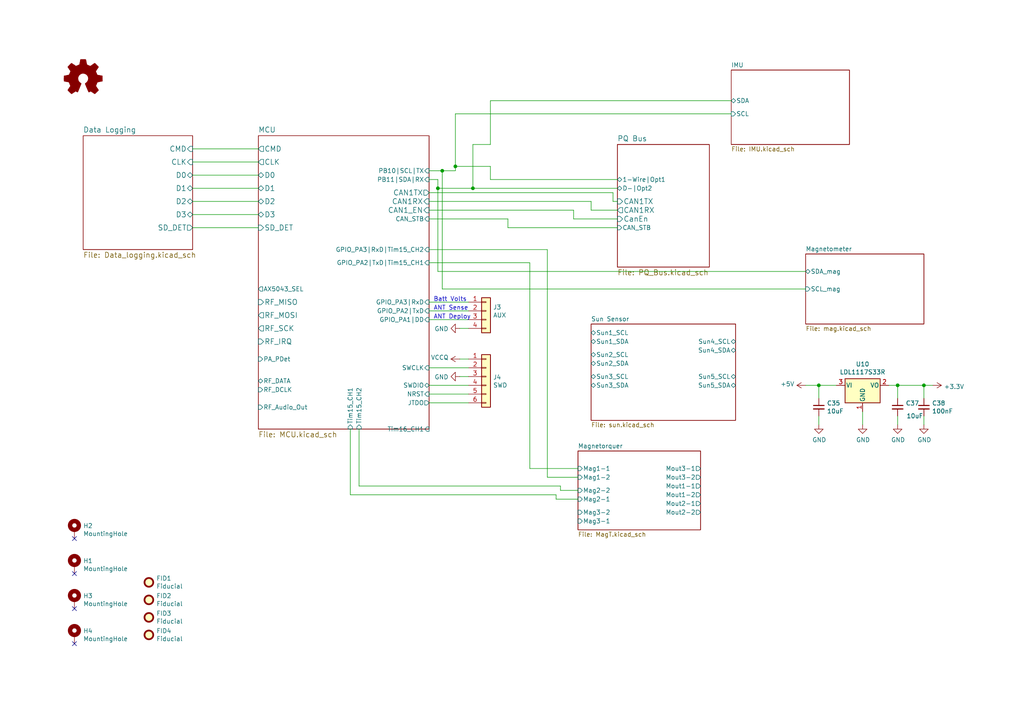
<source format=kicad_sch>
(kicad_sch (version 20230121) (generator eeschema)

  (uuid 42c40d7d-71af-4ce9-bac9-d638f259c957)

  (paper "A4")

  (lib_symbols
    (symbol "Graphic:Logo_Open_Hardware_Small" (in_bom no) (on_board no)
      (property "Reference" "#SYM" (at 0 6.985 0)
        (effects (font (size 1.27 1.27)) hide)
      )
      (property "Value" "Logo_Open_Hardware_Small" (at 0 -5.715 0)
        (effects (font (size 1.27 1.27)) hide)
      )
      (property "Footprint" "" (at 0 0 0)
        (effects (font (size 1.27 1.27)) hide)
      )
      (property "Datasheet" "~" (at 0 0 0)
        (effects (font (size 1.27 1.27)) hide)
      )
      (property "Sim.Enable" "0" (at 0 0 0)
        (effects (font (size 1.27 1.27)) hide)
      )
      (property "ki_keywords" "Logo" (at 0 0 0)
        (effects (font (size 1.27 1.27)) hide)
      )
      (property "ki_description" "Open Hardware logo, small" (at 0 0 0)
        (effects (font (size 1.27 1.27)) hide)
      )
      (symbol "Logo_Open_Hardware_Small_0_1"
        (polyline
          (pts
            (xy 3.3528 -4.3434)
            (xy 3.302 -4.318)
            (xy 3.175 -4.2418)
            (xy 2.9972 -4.1148)
            (xy 2.7686 -3.9624)
            (xy 2.54 -3.81)
            (xy 2.3622 -3.7084)
            (xy 2.2352 -3.6068)
            (xy 2.1844 -3.5814)
            (xy 2.159 -3.6068)
            (xy 2.0574 -3.6576)
            (xy 1.905 -3.7338)
            (xy 1.8034 -3.7846)
            (xy 1.6764 -3.8354)
            (xy 1.6002 -3.8354)
            (xy 1.6002 -3.8354)
            (xy 1.5494 -3.7338)
            (xy 1.4732 -3.5306)
            (xy 1.3462 -3.302)
            (xy 1.2446 -3.0226)
            (xy 1.1176 -2.7178)
            (xy 0.9652 -2.413)
            (xy 0.8636 -2.1082)
            (xy 0.7366 -1.8288)
            (xy 0.6604 -1.6256)
            (xy 0.6096 -1.4732)
            (xy 0.5842 -1.397)
            (xy 0.5842 -1.397)
            (xy 0.6604 -1.3208)
            (xy 0.7874 -1.2446)
            (xy 1.0414 -1.016)
            (xy 1.2954 -0.6858)
            (xy 1.4478 -0.3302)
            (xy 1.524 0.0762)
            (xy 1.4732 0.4572)
            (xy 1.3208 0.8128)
            (xy 1.0668 1.143)
            (xy 0.762 1.3716)
            (xy 0.4064 1.524)
            (xy 0 1.5748)
            (xy -0.381 1.5494)
            (xy -0.7366 1.397)
            (xy -1.0668 1.143)
            (xy -1.2192 0.9906)
            (xy -1.397 0.6604)
            (xy -1.524 0.3048)
            (xy -1.524 0.2286)
            (xy -1.4986 -0.1778)
            (xy -1.397 -0.5334)
            (xy -1.1938 -0.8636)
            (xy -0.9144 -1.143)
            (xy -0.8636 -1.1684)
            (xy -0.7366 -1.27)
            (xy -0.635 -1.3462)
            (xy -0.5842 -1.397)
            (xy -1.0668 -2.5908)
            (xy -1.143 -2.794)
            (xy -1.2954 -3.1242)
            (xy -1.397 -3.4036)
            (xy -1.4986 -3.6322)
            (xy -1.5748 -3.7846)
            (xy -1.6002 -3.8354)
            (xy -1.6002 -3.8354)
            (xy -1.651 -3.8354)
            (xy -1.7272 -3.81)
            (xy -1.905 -3.7338)
            (xy -2.0066 -3.683)
            (xy -2.1336 -3.6068)
            (xy -2.2098 -3.5814)
            (xy -2.2606 -3.6068)
            (xy -2.3622 -3.683)
            (xy -2.54 -3.81)
            (xy -2.7686 -3.9624)
            (xy -2.9718 -4.0894)
            (xy -3.1496 -4.2164)
            (xy -3.302 -4.318)
            (xy -3.3528 -4.3434)
            (xy -3.3782 -4.3434)
            (xy -3.429 -4.318)
            (xy -3.5306 -4.2164)
            (xy -3.7084 -4.064)
            (xy -3.937 -3.8354)
            (xy -3.9624 -3.81)
            (xy -4.1656 -3.6068)
            (xy -4.318 -3.4544)
            (xy -4.4196 -3.3274)
            (xy -4.445 -3.2766)
            (xy -4.445 -3.2766)
            (xy -4.4196 -3.2258)
            (xy -4.318 -3.0734)
            (xy -4.2164 -2.8956)
            (xy -4.064 -2.667)
            (xy -3.6576 -2.0828)
            (xy -3.8862 -1.5494)
            (xy -3.937 -1.3716)
            (xy -4.0386 -1.1684)
            (xy -4.0894 -1.0414)
            (xy -4.1148 -0.9652)
            (xy -4.191 -0.9398)
            (xy -4.318 -0.9144)
            (xy -4.5466 -0.8636)
            (xy -4.8006 -0.8128)
            (xy -5.0546 -0.7874)
            (xy -5.2578 -0.7366)
            (xy -5.4356 -0.7112)
            (xy -5.5118 -0.6858)
            (xy -5.5118 -0.6858)
            (xy -5.5372 -0.635)
            (xy -5.5372 -0.5588)
            (xy -5.5372 -0.4318)
            (xy -5.5626 -0.2286)
            (xy -5.5626 0.0762)
            (xy -5.5626 0.127)
            (xy -5.5372 0.4064)
            (xy -5.5372 0.635)
            (xy -5.5372 0.762)
            (xy -5.5372 0.8382)
            (xy -5.5372 0.8382)
            (xy -5.461 0.8382)
            (xy -5.3086 0.889)
            (xy -5.08 0.9144)
            (xy -4.826 0.9652)
            (xy -4.8006 0.9906)
            (xy -4.5466 1.0414)
            (xy -4.318 1.0668)
            (xy -4.1656 1.1176)
            (xy -4.0894 1.143)
            (xy -4.0894 1.143)
            (xy -4.0386 1.2446)
            (xy -3.9624 1.4224)
            (xy -3.8608 1.6256)
            (xy -3.7846 1.8288)
            (xy -3.7084 2.0066)
            (xy -3.6576 2.159)
            (xy -3.6322 2.2098)
            (xy -3.6322 2.2098)
            (xy -3.683 2.286)
            (xy -3.7592 2.413)
            (xy -3.8862 2.5908)
            (xy -4.064 2.8194)
            (xy -4.064 2.8448)
            (xy -4.2164 3.0734)
            (xy -4.3434 3.2512)
            (xy -4.4196 3.3782)
            (xy -4.445 3.4544)
            (xy -4.445 3.4544)
            (xy -4.3942 3.5052)
            (xy -4.2926 3.6322)
            (xy -4.1148 3.81)
            (xy -3.937 4.0132)
            (xy -3.8608 4.064)
            (xy -3.6576 4.2926)
            (xy -3.5052 4.4196)
            (xy -3.4036 4.4958)
            (xy -3.3528 4.5212)
            (xy -3.3528 4.5212)
            (xy -3.302 4.4704)
            (xy -3.1496 4.3688)
            (xy -2.9718 4.2418)
            (xy -2.7432 4.0894)
            (xy -2.7178 4.0894)
            (xy -2.4892 3.937)
            (xy -2.3114 3.81)
            (xy -2.1844 3.7084)
            (xy -2.1336 3.683)
            (xy -2.1082 3.683)
            (xy -2.032 3.7084)
            (xy -1.8542 3.7592)
            (xy -1.6764 3.8354)
            (xy -1.4732 3.937)
            (xy -1.27 4.0132)
            (xy -1.143 4.064)
            (xy -1.0668 4.1148)
            (xy -1.0668 4.1148)
            (xy -1.0414 4.191)
            (xy -1.016 4.3434)
            (xy -0.9652 4.572)
            (xy -0.9144 4.8514)
            (xy -0.889 4.9022)
            (xy -0.8382 5.1562)
            (xy -0.8128 5.3848)
            (xy -0.7874 5.5372)
            (xy -0.762 5.588)
            (xy -0.7112 5.6134)
            (xy -0.5842 5.6134)
            (xy -0.4064 5.6134)
            (xy -0.1524 5.6134)
            (xy 0.0762 5.6134)
            (xy 0.3302 5.6134)
            (xy 0.5334 5.6134)
            (xy 0.6858 5.588)
            (xy 0.7366 5.588)
            (xy 0.7366 5.588)
            (xy 0.762 5.5118)
            (xy 0.8128 5.334)
            (xy 0.8382 5.1054)
            (xy 0.9144 4.826)
            (xy 0.9144 4.7752)
            (xy 0.9652 4.5212)
            (xy 1.016 4.2926)
            (xy 1.0414 4.1402)
            (xy 1.0668 4.0894)
            (xy 1.0668 4.0894)
            (xy 1.1938 4.0386)
            (xy 1.3716 3.9624)
            (xy 1.5748 3.8608)
            (xy 2.0828 3.6576)
            (xy 2.7178 4.0894)
            (xy 2.7686 4.1402)
            (xy 2.9972 4.2926)
            (xy 3.175 4.4196)
            (xy 3.302 4.4958)
            (xy 3.3782 4.5212)
            (xy 3.3782 4.5212)
            (xy 3.429 4.4704)
            (xy 3.556 4.3434)
            (xy 3.7338 4.191)
            (xy 3.9116 3.9878)
            (xy 4.064 3.8354)
            (xy 4.2418 3.6576)
            (xy 4.3434 3.556)
            (xy 4.4196 3.4798)
            (xy 4.4196 3.429)
            (xy 4.4196 3.4036)
            (xy 4.3942 3.3274)
            (xy 4.2926 3.2004)
            (xy 4.1656 2.9972)
            (xy 4.0132 2.794)
            (xy 3.8862 2.5908)
            (xy 3.7592 2.3876)
            (xy 3.6576 2.2352)
            (xy 3.6322 2.159)
            (xy 3.6322 2.1336)
            (xy 3.683 2.0066)
            (xy 3.7592 1.8288)
            (xy 3.8608 1.6002)
            (xy 4.064 1.1176)
            (xy 4.3942 1.0414)
            (xy 4.5974 1.016)
            (xy 4.8768 0.9652)
            (xy 5.1308 0.9144)
            (xy 5.5372 0.8382)
            (xy 5.5626 -0.6604)
            (xy 5.4864 -0.6858)
            (xy 5.4356 -0.6858)
            (xy 5.2832 -0.7366)
            (xy 5.0546 -0.762)
            (xy 4.8006 -0.8128)
            (xy 4.5974 -0.8636)
            (xy 4.3688 -0.9144)
            (xy 4.2164 -0.9398)
            (xy 4.1402 -0.9398)
            (xy 4.1148 -0.9652)
            (xy 4.064 -1.0668)
            (xy 3.9878 -1.2446)
            (xy 3.9116 -1.4478)
            (xy 3.81 -1.651)
            (xy 3.7338 -1.8542)
            (xy 3.683 -2.0066)
            (xy 3.6576 -2.0828)
            (xy 3.683 -2.1336)
            (xy 3.7846 -2.2606)
            (xy 3.8862 -2.4638)
            (xy 4.0386 -2.667)
            (xy 4.191 -2.8956)
            (xy 4.318 -3.0734)
            (xy 4.3942 -3.2004)
            (xy 4.445 -3.2766)
            (xy 4.4196 -3.3274)
            (xy 4.3434 -3.429)
            (xy 4.1656 -3.5814)
            (xy 3.937 -3.8354)
            (xy 3.8862 -3.8608)
            (xy 3.683 -4.064)
            (xy 3.5306 -4.2164)
            (xy 3.4036 -4.318)
            (xy 3.3528 -4.3434)
          )
          (stroke (width 0) (type default))
          (fill (type outline))
        )
      )
    )
    (symbol "TSL25853PM:C_Small" (pin_numbers hide) (pin_names (offset 0.254) hide) (in_bom yes) (on_board yes)
      (property "Reference" "C" (at 0.254 1.778 0)
        (effects (font (size 1.27 1.27)) (justify left))
      )
      (property "Value" "C_Small" (at 0.254 -2.032 0)
        (effects (font (size 1.27 1.27)) (justify left))
      )
      (property "Footprint" "" (at 0 0 0)
        (effects (font (size 1.27 1.27)) hide)
      )
      (property "Datasheet" "~" (at 0 0 0)
        (effects (font (size 1.27 1.27)) hide)
      )
      (property "ki_keywords" "capacitor cap" (at 0 0 0)
        (effects (font (size 1.27 1.27)) hide)
      )
      (property "ki_description" "Unpolarized capacitor, small symbol" (at 0 0 0)
        (effects (font (size 1.27 1.27)) hide)
      )
      (property "ki_fp_filters" "C_*" (at 0 0 0)
        (effects (font (size 1.27 1.27)) hide)
      )
      (symbol "C_Small_0_1"
        (polyline
          (pts
            (xy -1.524 -0.508)
            (xy 1.524 -0.508)
          )
          (stroke (width 0.3302) (type default))
          (fill (type none))
        )
        (polyline
          (pts
            (xy -1.524 0.508)
            (xy 1.524 0.508)
          )
          (stroke (width 0.3048) (type default))
          (fill (type none))
        )
      )
      (symbol "C_Small_1_1"
        (pin passive line (at 0 2.54 270) (length 2.032)
          (name "~" (effects (font (size 1.27 1.27))))
          (number "1" (effects (font (size 1.27 1.27))))
        )
        (pin passive line (at 0 -2.54 90) (length 2.032)
          (name "~" (effects (font (size 1.27 1.27))))
          (number "2" (effects (font (size 1.27 1.27))))
        )
      )
    )
    (symbol "TSL25853PM:Conn_01x04" (pin_names (offset 1.016) hide) (in_bom yes) (on_board yes)
      (property "Reference" "J" (at 0 5.08 0)
        (effects (font (size 1.27 1.27)))
      )
      (property "Value" "Conn_01x04" (at 0 -7.62 0)
        (effects (font (size 1.27 1.27)))
      )
      (property "Footprint" "" (at 0 0 0)
        (effects (font (size 1.27 1.27)) hide)
      )
      (property "Datasheet" "~" (at 0 0 0)
        (effects (font (size 1.27 1.27)) hide)
      )
      (property "ki_keywords" "connector" (at 0 0 0)
        (effects (font (size 1.27 1.27)) hide)
      )
      (property "ki_description" "Generic connector, single row, 01x04, script generated (kicad-library-utils/schlib/autogen/connector/)" (at 0 0 0)
        (effects (font (size 1.27 1.27)) hide)
      )
      (property "ki_fp_filters" "Connector*:*_1x??_*" (at 0 0 0)
        (effects (font (size 1.27 1.27)) hide)
      )
      (symbol "Conn_01x04_1_1"
        (rectangle (start -1.27 -4.953) (end 0 -5.207)
          (stroke (width 0.1524) (type default))
          (fill (type none))
        )
        (rectangle (start -1.27 -2.413) (end 0 -2.667)
          (stroke (width 0.1524) (type default))
          (fill (type none))
        )
        (rectangle (start -1.27 0.127) (end 0 -0.127)
          (stroke (width 0.1524) (type default))
          (fill (type none))
        )
        (rectangle (start -1.27 2.667) (end 0 2.413)
          (stroke (width 0.1524) (type default))
          (fill (type none))
        )
        (rectangle (start -1.27 3.81) (end 1.27 -6.35)
          (stroke (width 0.254) (type default))
          (fill (type background))
        )
        (pin passive line (at -5.08 2.54 0) (length 3.81)
          (name "Pin_1" (effects (font (size 1.27 1.27))))
          (number "1" (effects (font (size 1.27 1.27))))
        )
        (pin passive line (at -5.08 0 0) (length 3.81)
          (name "Pin_2" (effects (font (size 1.27 1.27))))
          (number "2" (effects (font (size 1.27 1.27))))
        )
        (pin passive line (at -5.08 -2.54 0) (length 3.81)
          (name "Pin_3" (effects (font (size 1.27 1.27))))
          (number "3" (effects (font (size 1.27 1.27))))
        )
        (pin passive line (at -5.08 -5.08 0) (length 3.81)
          (name "Pin_4" (effects (font (size 1.27 1.27))))
          (number "4" (effects (font (size 1.27 1.27))))
        )
      )
    )
    (symbol "TSL25853PM:Conn_01x06" (pin_names (offset 1.016) hide) (in_bom yes) (on_board yes)
      (property "Reference" "J" (at 0 7.62 0)
        (effects (font (size 1.27 1.27)))
      )
      (property "Value" "Conn_01x06" (at 0 -10.16 0)
        (effects (font (size 1.27 1.27)))
      )
      (property "Footprint" "" (at 0 0 0)
        (effects (font (size 1.27 1.27)) hide)
      )
      (property "Datasheet" "~" (at 0 0 0)
        (effects (font (size 1.27 1.27)) hide)
      )
      (property "ki_keywords" "connector" (at 0 0 0)
        (effects (font (size 1.27 1.27)) hide)
      )
      (property "ki_description" "Generic connector, single row, 01x06, script generated (kicad-library-utils/schlib/autogen/connector/)" (at 0 0 0)
        (effects (font (size 1.27 1.27)) hide)
      )
      (property "ki_fp_filters" "Connector*:*_1x??_*" (at 0 0 0)
        (effects (font (size 1.27 1.27)) hide)
      )
      (symbol "Conn_01x06_1_1"
        (rectangle (start -1.27 -7.493) (end 0 -7.747)
          (stroke (width 0.1524) (type default))
          (fill (type none))
        )
        (rectangle (start -1.27 -4.953) (end 0 -5.207)
          (stroke (width 0.1524) (type default))
          (fill (type none))
        )
        (rectangle (start -1.27 -2.413) (end 0 -2.667)
          (stroke (width 0.1524) (type default))
          (fill (type none))
        )
        (rectangle (start -1.27 0.127) (end 0 -0.127)
          (stroke (width 0.1524) (type default))
          (fill (type none))
        )
        (rectangle (start -1.27 2.667) (end 0 2.413)
          (stroke (width 0.1524) (type default))
          (fill (type none))
        )
        (rectangle (start -1.27 5.207) (end 0 4.953)
          (stroke (width 0.1524) (type default))
          (fill (type none))
        )
        (rectangle (start -1.27 6.35) (end 1.27 -8.89)
          (stroke (width 0.254) (type default))
          (fill (type background))
        )
        (pin passive line (at -5.08 5.08 0) (length 3.81)
          (name "Pin_1" (effects (font (size 1.27 1.27))))
          (number "1" (effects (font (size 1.27 1.27))))
        )
        (pin passive line (at -5.08 2.54 0) (length 3.81)
          (name "Pin_2" (effects (font (size 1.27 1.27))))
          (number "2" (effects (font (size 1.27 1.27))))
        )
        (pin passive line (at -5.08 0 0) (length 3.81)
          (name "Pin_3" (effects (font (size 1.27 1.27))))
          (number "3" (effects (font (size 1.27 1.27))))
        )
        (pin passive line (at -5.08 -2.54 0) (length 3.81)
          (name "Pin_4" (effects (font (size 1.27 1.27))))
          (number "4" (effects (font (size 1.27 1.27))))
        )
        (pin passive line (at -5.08 -5.08 0) (length 3.81)
          (name "Pin_5" (effects (font (size 1.27 1.27))))
          (number "5" (effects (font (size 1.27 1.27))))
        )
        (pin passive line (at -5.08 -7.62 0) (length 3.81)
          (name "Pin_6" (effects (font (size 1.27 1.27))))
          (number "6" (effects (font (size 1.27 1.27))))
        )
      )
    )
    (symbol "TSL25853PM:Fiducial" (in_bom yes) (on_board yes)
      (property "Reference" "FID" (at 0 5.08 0)
        (effects (font (size 1.27 1.27)))
      )
      (property "Value" "Fiducial" (at 0 3.175 0)
        (effects (font (size 1.27 1.27)))
      )
      (property "Footprint" "" (at 0 0 0)
        (effects (font (size 1.27 1.27)) hide)
      )
      (property "Datasheet" "~" (at 0 0 0)
        (effects (font (size 1.27 1.27)) hide)
      )
      (property "ki_keywords" "fiducial marker" (at 0 0 0)
        (effects (font (size 1.27 1.27)) hide)
      )
      (property "ki_description" "Fiducial Marker" (at 0 0 0)
        (effects (font (size 1.27 1.27)) hide)
      )
      (property "ki_fp_filters" "Fiducial*" (at 0 0 0)
        (effects (font (size 1.27 1.27)) hide)
      )
      (symbol "Fiducial_0_1"
        (circle (center 0 0) (radius 1.27)
          (stroke (width 0.508) (type default))
          (fill (type background))
        )
      )
    )
    (symbol "TSL25853PM:LM1117-3.3" (pin_names (offset 0.254)) (in_bom yes) (on_board yes)
      (property "Reference" "U" (at -3.81 3.175 0)
        (effects (font (size 1.27 1.27)))
      )
      (property "Value" "LM1117-3.3" (at 0 3.175 0)
        (effects (font (size 1.27 1.27)) (justify left))
      )
      (property "Footprint" "" (at 0 0 0)
        (effects (font (size 1.27 1.27)) hide)
      )
      (property "Datasheet" "http://www.ti.com/lit/ds/symlink/lm1117.pdf" (at 0 0 0)
        (effects (font (size 1.27 1.27)) hide)
      )
      (property "ki_keywords" "linear regulator ldo fixed positive" (at 0 0 0)
        (effects (font (size 1.27 1.27)) hide)
      )
      (property "ki_description" "800mA Low-Dropout Linear Regulator, 3.3V fixed output, TO-220/TO-252/TO-263/SOT-223" (at 0 0 0)
        (effects (font (size 1.27 1.27)) hide)
      )
      (property "ki_fp_filters" "SOT?223* TO?263* TO?252* TO?220*" (at 0 0 0)
        (effects (font (size 1.27 1.27)) hide)
      )
      (symbol "LM1117-3.3_0_1"
        (rectangle (start -5.08 -5.08) (end 5.08 1.905)
          (stroke (width 0.254) (type default))
          (fill (type background))
        )
      )
      (symbol "LM1117-3.3_1_1"
        (pin power_in line (at 0 -7.62 90) (length 2.54)
          (name "GND" (effects (font (size 1.27 1.27))))
          (number "1" (effects (font (size 1.27 1.27))))
        )
        (pin power_out line (at 7.62 0 180) (length 2.54)
          (name "VO" (effects (font (size 1.27 1.27))))
          (number "2" (effects (font (size 1.27 1.27))))
        )
        (pin power_in line (at -7.62 0 0) (length 2.54)
          (name "VI" (effects (font (size 1.27 1.27))))
          (number "3" (effects (font (size 1.27 1.27))))
        )
      )
    )
    (symbol "TSL25853PM:MountingHole_Pad" (pin_numbers hide) (pin_names (offset 1.016) hide) (in_bom yes) (on_board yes)
      (property "Reference" "H" (at 0 6.35 0)
        (effects (font (size 1.27 1.27)))
      )
      (property "Value" "MountingHole_Pad" (at 0 4.445 0)
        (effects (font (size 1.27 1.27)))
      )
      (property "Footprint" "" (at 0 0 0)
        (effects (font (size 1.27 1.27)) hide)
      )
      (property "Datasheet" "~" (at 0 0 0)
        (effects (font (size 1.27 1.27)) hide)
      )
      (property "ki_keywords" "mounting hole" (at 0 0 0)
        (effects (font (size 1.27 1.27)) hide)
      )
      (property "ki_description" "Mounting Hole with connection" (at 0 0 0)
        (effects (font (size 1.27 1.27)) hide)
      )
      (property "ki_fp_filters" "MountingHole*Pad*" (at 0 0 0)
        (effects (font (size 1.27 1.27)) hide)
      )
      (symbol "MountingHole_Pad_0_1"
        (circle (center 0 1.27) (radius 1.27)
          (stroke (width 1.27) (type default))
          (fill (type none))
        )
      )
      (symbol "MountingHole_Pad_1_1"
        (pin input line (at 0 -2.54 90) (length 2.54)
          (name "1" (effects (font (size 1.27 1.27))))
          (number "1" (effects (font (size 1.27 1.27))))
        )
      )
    )
    (symbol "power:+3.3V" (power) (pin_names (offset 0)) (in_bom yes) (on_board yes)
      (property "Reference" "#PWR" (at 0 -3.81 0)
        (effects (font (size 1.27 1.27)) hide)
      )
      (property "Value" "+3.3V" (at 0 3.556 0)
        (effects (font (size 1.27 1.27)))
      )
      (property "Footprint" "" (at 0 0 0)
        (effects (font (size 1.27 1.27)) hide)
      )
      (property "Datasheet" "" (at 0 0 0)
        (effects (font (size 1.27 1.27)) hide)
      )
      (property "ki_keywords" "global power" (at 0 0 0)
        (effects (font (size 1.27 1.27)) hide)
      )
      (property "ki_description" "Power symbol creates a global label with name \"+3.3V\"" (at 0 0 0)
        (effects (font (size 1.27 1.27)) hide)
      )
      (symbol "+3.3V_0_1"
        (polyline
          (pts
            (xy -0.762 1.27)
            (xy 0 2.54)
          )
          (stroke (width 0) (type default))
          (fill (type none))
        )
        (polyline
          (pts
            (xy 0 0)
            (xy 0 2.54)
          )
          (stroke (width 0) (type default))
          (fill (type none))
        )
        (polyline
          (pts
            (xy 0 2.54)
            (xy 0.762 1.27)
          )
          (stroke (width 0) (type default))
          (fill (type none))
        )
      )
      (symbol "+3.3V_1_1"
        (pin power_in line (at 0 0 90) (length 0) hide
          (name "+3.3V" (effects (font (size 1.27 1.27))))
          (number "1" (effects (font (size 1.27 1.27))))
        )
      )
    )
    (symbol "power:+5V" (power) (pin_names (offset 0)) (in_bom yes) (on_board yes)
      (property "Reference" "#PWR" (at 0 -3.81 0)
        (effects (font (size 1.27 1.27)) hide)
      )
      (property "Value" "+5V" (at 0 3.556 0)
        (effects (font (size 1.27 1.27)))
      )
      (property "Footprint" "" (at 0 0 0)
        (effects (font (size 1.27 1.27)) hide)
      )
      (property "Datasheet" "" (at 0 0 0)
        (effects (font (size 1.27 1.27)) hide)
      )
      (property "ki_keywords" "global power" (at 0 0 0)
        (effects (font (size 1.27 1.27)) hide)
      )
      (property "ki_description" "Power symbol creates a global label with name \"+5V\"" (at 0 0 0)
        (effects (font (size 1.27 1.27)) hide)
      )
      (symbol "+5V_0_1"
        (polyline
          (pts
            (xy -0.762 1.27)
            (xy 0 2.54)
          )
          (stroke (width 0) (type default))
          (fill (type none))
        )
        (polyline
          (pts
            (xy 0 0)
            (xy 0 2.54)
          )
          (stroke (width 0) (type default))
          (fill (type none))
        )
        (polyline
          (pts
            (xy 0 2.54)
            (xy 0.762 1.27)
          )
          (stroke (width 0) (type default))
          (fill (type none))
        )
      )
      (symbol "+5V_1_1"
        (pin power_in line (at 0 0 90) (length 0) hide
          (name "+5V" (effects (font (size 1.27 1.27))))
          (number "1" (effects (font (size 1.27 1.27))))
        )
      )
    )
    (symbol "power:GND" (power) (pin_names (offset 0)) (in_bom yes) (on_board yes)
      (property "Reference" "#PWR" (at 0 -6.35 0)
        (effects (font (size 1.27 1.27)) hide)
      )
      (property "Value" "GND" (at 0 -3.81 0)
        (effects (font (size 1.27 1.27)))
      )
      (property "Footprint" "" (at 0 0 0)
        (effects (font (size 1.27 1.27)) hide)
      )
      (property "Datasheet" "" (at 0 0 0)
        (effects (font (size 1.27 1.27)) hide)
      )
      (property "ki_keywords" "global power" (at 0 0 0)
        (effects (font (size 1.27 1.27)) hide)
      )
      (property "ki_description" "Power symbol creates a global label with name \"GND\" , ground" (at 0 0 0)
        (effects (font (size 1.27 1.27)) hide)
      )
      (symbol "GND_0_1"
        (polyline
          (pts
            (xy 0 0)
            (xy 0 -1.27)
            (xy 1.27 -1.27)
            (xy 0 -2.54)
            (xy -1.27 -1.27)
            (xy 0 -1.27)
          )
          (stroke (width 0) (type default))
          (fill (type none))
        )
      )
      (symbol "GND_1_1"
        (pin power_in line (at 0 0 270) (length 0) hide
          (name "GND" (effects (font (size 1.27 1.27))))
          (number "1" (effects (font (size 1.27 1.27))))
        )
      )
    )
    (symbol "power:VCCQ" (power) (pin_names (offset 0)) (in_bom yes) (on_board yes)
      (property "Reference" "#PWR" (at 0 -3.81 0)
        (effects (font (size 1.27 1.27)) hide)
      )
      (property "Value" "VCCQ" (at 0 3.81 0)
        (effects (font (size 1.27 1.27)))
      )
      (property "Footprint" "" (at 0 0 0)
        (effects (font (size 1.27 1.27)) hide)
      )
      (property "Datasheet" "" (at 0 0 0)
        (effects (font (size 1.27 1.27)) hide)
      )
      (property "ki_keywords" "global power" (at 0 0 0)
        (effects (font (size 1.27 1.27)) hide)
      )
      (property "ki_description" "Power symbol creates a global label with name \"VCCQ\"" (at 0 0 0)
        (effects (font (size 1.27 1.27)) hide)
      )
      (symbol "VCCQ_0_1"
        (polyline
          (pts
            (xy -0.762 1.27)
            (xy 0 2.54)
          )
          (stroke (width 0) (type default))
          (fill (type none))
        )
        (polyline
          (pts
            (xy 0 0)
            (xy 0 2.54)
          )
          (stroke (width 0) (type default))
          (fill (type none))
        )
        (polyline
          (pts
            (xy 0 2.54)
            (xy 0.762 1.27)
          )
          (stroke (width 0) (type default))
          (fill (type none))
        )
      )
      (symbol "VCCQ_1_1"
        (pin power_in line (at 0 0 90) (length 0) hide
          (name "VCCQ" (effects (font (size 1.27 1.27))))
          (number "1" (effects (font (size 1.27 1.27))))
        )
      )
    )
  )

  (junction (at 128.27 49.53) (diameter 0) (color 0 0 0 0)
    (uuid 4ed587ba-1d0a-400c-9839-0ecb356a98e9)
  )
  (junction (at 260.35 111.76) (diameter 0) (color 0 0 0 0)
    (uuid 71b2d736-65b1-4f66-9853-c8a959771819)
  )
  (junction (at 127 54.61) (diameter 0) (color 0 0 0 0)
    (uuid 8a09201a-4e69-4736-b57c-005900687355)
  )
  (junction (at 237.49 111.76) (diameter 0) (color 0 0 0 0)
    (uuid 92956a75-4292-4e68-ac53-1cd4f8e489ce)
  )
  (junction (at 267.97 111.76) (diameter 0) (color 0 0 0 0)
    (uuid 95a5da8c-f115-4392-ab40-1ed4e8ba026a)
  )
  (junction (at 132.08 48.26) (diameter 0) (color 0 0 0 0)
    (uuid bb91f1a7-72b6-4829-b9b7-0edce9b6142a)
  )
  (junction (at 137.16 54.61) (diameter 0) (color 0 0 0 0)
    (uuid bcc0a1ee-8e06-4d38-8f87-32bd550597ab)
  )

  (no_connect (at 21.59 166.37) (uuid 261eb779-c1c8-4cea-9fba-280a67c89b40))
  (no_connect (at 21.59 176.53) (uuid 2cf89479-d94b-4082-b4bd-f60d146ccff0))
  (no_connect (at 21.59 186.69) (uuid 2cf89479-d94b-4082-b4bd-f60d146ccff1))
  (no_connect (at 21.59 156.21) (uuid c9b398dd-c820-490f-afc0-f9123254e05f))

  (wire (pts (xy 104.14 124.46) (xy 104.14 140.97))
    (stroke (width 0) (type default))
    (uuid 0109b530-89ad-45ae-b88b-e29ba2b93de9)
  )
  (wire (pts (xy 135.89 106.68) (xy 124.46 106.68))
    (stroke (width 0) (type default))
    (uuid 0beb080e-f0ff-4c76-a492-08fc16a3cc27)
  )
  (wire (pts (xy 132.08 33.02) (xy 132.08 48.26))
    (stroke (width 0) (type default))
    (uuid 136b40c4-99bb-4fa5-851c-b172fd4f64dd)
  )
  (wire (pts (xy 101.6 124.46) (xy 101.6 143.51))
    (stroke (width 0) (type default))
    (uuid 14ed2c3e-9b33-4e08-9079-64d5f106eee0)
  )
  (wire (pts (xy 237.49 115.57) (xy 237.49 111.76))
    (stroke (width 0) (type default))
    (uuid 163f49c2-60cf-47a3-bcae-83fc8f0cd615)
  )
  (wire (pts (xy 162.56 140.97) (xy 162.56 142.24))
    (stroke (width 0) (type default))
    (uuid 1770d258-b8fb-408e-97f5-dfda0c419c46)
  )
  (wire (pts (xy 142.24 29.21) (xy 212.09 29.21))
    (stroke (width 0) (type default))
    (uuid 1ccc3439-bdd2-405a-9e7d-2106cfddf222)
  )
  (wire (pts (xy 250.19 119.38) (xy 250.19 123.19))
    (stroke (width 0) (type default))
    (uuid 2096ace2-93f4-416d-8a0c-50f43c0301e4)
  )
  (wire (pts (xy 135.89 90.17) (xy 124.46 90.17))
    (stroke (width 0) (type default))
    (uuid 23673afe-f327-42ca-99ec-c8677dadf98d)
  )
  (wire (pts (xy 104.14 140.97) (xy 162.56 140.97))
    (stroke (width 0) (type default))
    (uuid 2500950c-964d-4f2a-8733-597c1d9ac430)
  )
  (wire (pts (xy 55.88 50.8) (xy 74.93 50.8))
    (stroke (width 0) (type default))
    (uuid 279954eb-3a72-4bb6-ae0b-d7da4b77290f)
  )
  (wire (pts (xy 124.46 87.63) (xy 135.89 87.63))
    (stroke (width 0) (type default))
    (uuid 3161ea4c-1b13-4956-a99c-4d0390b6efa0)
  )
  (wire (pts (xy 171.45 58.42) (xy 171.45 60.96))
    (stroke (width 0) (type default))
    (uuid 34913a2b-7010-4242-b351-308c7e0f4a29)
  )
  (wire (pts (xy 127 54.61) (xy 127 78.74))
    (stroke (width 0) (type default))
    (uuid 3526a086-880c-4119-9b16-1d293315f2a6)
  )
  (wire (pts (xy 267.97 111.76) (xy 270.51 111.76))
    (stroke (width 0) (type default))
    (uuid 3526bf93-5654-4db0-a987-4548c9e52e36)
  )
  (wire (pts (xy 161.29 144.78) (xy 167.64 144.78))
    (stroke (width 0) (type default))
    (uuid 385776f1-bfbe-4812-9052-ef9e2148a2b9)
  )
  (wire (pts (xy 233.68 111.76) (xy 237.49 111.76))
    (stroke (width 0) (type default))
    (uuid 388d35ca-1c29-4eac-9eff-d5a0be7f44df)
  )
  (wire (pts (xy 177.8 55.88) (xy 177.8 58.42))
    (stroke (width 0) (type default))
    (uuid 3a0badb4-d903-439d-8e9f-5af35c7a86e7)
  )
  (wire (pts (xy 124.46 111.76) (xy 135.89 111.76))
    (stroke (width 0) (type default))
    (uuid 3c4aa2c1-688d-4bae-98cc-2829c57cab50)
  )
  (wire (pts (xy 237.49 120.65) (xy 237.49 123.19))
    (stroke (width 0) (type default))
    (uuid 3d542ce7-1858-486a-932a-187365c5ab15)
  )
  (wire (pts (xy 153.67 135.89) (xy 153.67 76.2))
    (stroke (width 0) (type default))
    (uuid 3fd63fc7-d80f-40b9-b89b-9ac8021162f9)
  )
  (wire (pts (xy 142.24 52.07) (xy 179.07 52.07))
    (stroke (width 0) (type default))
    (uuid 4519c4fc-7526-4dda-accf-a29ee081c379)
  )
  (wire (pts (xy 158.75 72.39) (xy 124.46 72.39))
    (stroke (width 0) (type default))
    (uuid 48b509e0-6614-48ce-b520-5ae528b857b1)
  )
  (wire (pts (xy 237.49 111.76) (xy 242.57 111.76))
    (stroke (width 0) (type default))
    (uuid 49c9885c-53df-44bb-8b36-ce1f80701501)
  )
  (wire (pts (xy 133.35 109.22) (xy 135.89 109.22))
    (stroke (width 0) (type default))
    (uuid 549ea2e3-bf79-4f39-9fb8-4ddf45f04001)
  )
  (wire (pts (xy 124.46 60.96) (xy 166.37 60.96))
    (stroke (width 0) (type default))
    (uuid 579085a0-3da7-4221-9ff5-6c542b75df6b)
  )
  (wire (pts (xy 135.89 114.3) (xy 124.46 114.3))
    (stroke (width 0) (type default))
    (uuid 58463033-c875-408c-8d76-657dd1756cde)
  )
  (wire (pts (xy 171.45 60.96) (xy 179.07 60.96))
    (stroke (width 0) (type default))
    (uuid 5e63ad9a-8ff8-4be5-b9bd-06ec852169a1)
  )
  (wire (pts (xy 167.64 138.43) (xy 158.75 138.43))
    (stroke (width 0) (type default))
    (uuid 5f8a07be-4e4c-43b6-b7ab-5a7dccc8d4c0)
  )
  (wire (pts (xy 133.35 104.14) (xy 135.89 104.14))
    (stroke (width 0) (type default))
    (uuid 6088e2ca-9161-493c-a30f-45fe48f4132c)
  )
  (wire (pts (xy 55.88 62.23) (xy 74.93 62.23))
    (stroke (width 0) (type default))
    (uuid 65bb3464-5b71-4067-8d4f-755bd5b003ff)
  )
  (wire (pts (xy 267.97 115.57) (xy 267.97 111.76))
    (stroke (width 0) (type default))
    (uuid 677bcc6c-e829-4843-8cd1-9a05c48c08e4)
  )
  (wire (pts (xy 127 52.07) (xy 127 54.61))
    (stroke (width 0) (type default))
    (uuid 68df7996-7df0-4fd0-8425-ad6409c6fb4a)
  )
  (wire (pts (xy 124.46 55.88) (xy 177.8 55.88))
    (stroke (width 0) (type default))
    (uuid 699e47e0-2526-43f7-b8bc-d8a7cce3065c)
  )
  (wire (pts (xy 135.89 116.84) (xy 124.46 116.84))
    (stroke (width 0) (type default))
    (uuid 6a00a845-b6ec-4d91-89df-16e65dece93b)
  )
  (wire (pts (xy 124.46 58.42) (xy 171.45 58.42))
    (stroke (width 0) (type default))
    (uuid 6b970119-2342-4076-b146-166ae1cd1184)
  )
  (wire (pts (xy 74.93 46.99) (xy 55.88 46.99))
    (stroke (width 0) (type default))
    (uuid 6bfab059-d4c6-4cd8-b67f-2586d03aef45)
  )
  (wire (pts (xy 128.27 49.53) (xy 132.08 49.53))
    (stroke (width 0) (type default))
    (uuid 70f80314-60e1-4469-923f-5309c0b9d038)
  )
  (wire (pts (xy 133.35 95.25) (xy 135.89 95.25))
    (stroke (width 0) (type default))
    (uuid 723004af-a71f-4b65-8781-f318f64bf310)
  )
  (wire (pts (xy 124.46 49.53) (xy 128.27 49.53))
    (stroke (width 0) (type default))
    (uuid 75321982-295a-4d7e-87f4-3d4d8a56404d)
  )
  (wire (pts (xy 167.64 135.89) (xy 153.67 135.89))
    (stroke (width 0) (type default))
    (uuid 754f852e-336f-49fd-ae62-f6ed11df99e7)
  )
  (wire (pts (xy 166.37 63.5) (xy 179.07 63.5))
    (stroke (width 0) (type default))
    (uuid 7c4f79f6-4e65-4215-8433-a288a3d5d168)
  )
  (wire (pts (xy 142.24 52.07) (xy 142.24 48.26))
    (stroke (width 0) (type default))
    (uuid 827b97aa-fe03-49d8-9681-266e4ea11f4a)
  )
  (wire (pts (xy 127 52.07) (xy 124.46 52.07))
    (stroke (width 0) (type default))
    (uuid 84200bec-028a-49b9-99a5-d83b8afface9)
  )
  (wire (pts (xy 124.46 76.2) (xy 153.67 76.2))
    (stroke (width 0) (type default))
    (uuid 8bd64de5-a0c8-4150-9415-5da1f7ace1b9)
  )
  (wire (pts (xy 147.32 63.5) (xy 147.32 66.04))
    (stroke (width 0) (type default))
    (uuid 8fcc4b2d-66c5-4728-bf60-94ced4d34cfc)
  )
  (wire (pts (xy 124.46 92.71) (xy 135.89 92.71))
    (stroke (width 0) (type default))
    (uuid 939fdd37-306e-44b8-8937-0237197e9155)
  )
  (wire (pts (xy 257.81 111.76) (xy 260.35 111.76))
    (stroke (width 0) (type default))
    (uuid 942f6448-3c71-4e66-8766-6e1d215a1206)
  )
  (wire (pts (xy 74.93 54.61) (xy 55.88 54.61))
    (stroke (width 0) (type default))
    (uuid 9741e27f-c24d-4e8f-a2b7-1de42f769b2d)
  )
  (wire (pts (xy 260.35 115.57) (xy 260.35 111.76))
    (stroke (width 0) (type default))
    (uuid 97944472-bedd-4ab7-bc95-b2d088821e3f)
  )
  (wire (pts (xy 55.88 43.18) (xy 74.93 43.18))
    (stroke (width 0) (type default))
    (uuid 9a7a1888-989a-4842-941e-d65c97388a88)
  )
  (wire (pts (xy 147.32 63.5) (xy 124.46 63.5))
    (stroke (width 0) (type default))
    (uuid 9dfb4c2e-9860-47f6-8634-62ff34b2f4d5)
  )
  (wire (pts (xy 74.93 58.42) (xy 55.88 58.42))
    (stroke (width 0) (type default))
    (uuid 9e7d7d34-c091-4976-a04e-1f8a812e19c1)
  )
  (wire (pts (xy 162.56 142.24) (xy 167.64 142.24))
    (stroke (width 0) (type default))
    (uuid aa9b3e6e-d81d-48ae-8f4e-aac6ba9b6af6)
  )
  (wire (pts (xy 74.93 66.04) (xy 55.88 66.04))
    (stroke (width 0) (type default))
    (uuid af9cd622-cb7e-4204-b6a1-c92096de08f5)
  )
  (wire (pts (xy 161.29 143.51) (xy 161.29 144.78))
    (stroke (width 0) (type default))
    (uuid b1fcc4b0-2ff5-43a3-bde3-80fb290708c7)
  )
  (wire (pts (xy 142.24 48.26) (xy 132.08 48.26))
    (stroke (width 0) (type default))
    (uuid b44585a5-3b15-4c5c-a05d-fe461d7d5967)
  )
  (wire (pts (xy 137.16 54.61) (xy 179.07 54.61))
    (stroke (width 0) (type default))
    (uuid b49d808e-30fe-44af-962d-60f538200979)
  )
  (wire (pts (xy 233.68 78.74) (xy 127 78.74))
    (stroke (width 0) (type default))
    (uuid b70adaa3-e824-4a79-89d5-fc77d396382a)
  )
  (wire (pts (xy 260.35 111.76) (xy 267.97 111.76))
    (stroke (width 0) (type default))
    (uuid c2fe9933-7ac0-4f92-b1e6-32f7184c3f83)
  )
  (wire (pts (xy 147.32 66.04) (xy 179.07 66.04))
    (stroke (width 0) (type default))
    (uuid c488b761-15f2-4887-b0ca-98c1332895a2)
  )
  (wire (pts (xy 158.75 138.43) (xy 158.75 72.39))
    (stroke (width 0) (type default))
    (uuid c5458007-b58a-4de1-8edb-ba118df5b2e8)
  )
  (wire (pts (xy 267.97 120.65) (xy 267.97 123.19))
    (stroke (width 0) (type default))
    (uuid c863ed39-0a4e-4414-a118-fbbb7aa2b2c0)
  )
  (wire (pts (xy 127 54.61) (xy 137.16 54.61))
    (stroke (width 0) (type default))
    (uuid c9756377-eb41-4eb8-b203-5165c44ac58c)
  )
  (wire (pts (xy 142.24 41.91) (xy 137.16 41.91))
    (stroke (width 0) (type default))
    (uuid c9c096fc-d077-4d14-97e9-e5124edfd191)
  )
  (wire (pts (xy 132.08 33.02) (xy 212.09 33.02))
    (stroke (width 0) (type default))
    (uuid cd6aba7c-c0a4-4475-ad4c-d71b1dfdb413)
  )
  (wire (pts (xy 142.24 29.21) (xy 142.24 41.91))
    (stroke (width 0) (type default))
    (uuid d7f03a74-3896-475b-b1bf-8ea59f68ce20)
  )
  (wire (pts (xy 177.8 58.42) (xy 179.07 58.42))
    (stroke (width 0) (type default))
    (uuid d9fae306-c150-4c09-b475-29f99a69250c)
  )
  (wire (pts (xy 233.68 83.82) (xy 128.27 83.82))
    (stroke (width 0) (type default))
    (uuid e26a439b-a86b-4594-9984-a58ad046f018)
  )
  (wire (pts (xy 132.08 48.26) (xy 132.08 49.53))
    (stroke (width 0) (type default))
    (uuid e5e563dc-86bc-4365-a362-6dcbd9809958)
  )
  (wire (pts (xy 101.6 143.51) (xy 161.29 143.51))
    (stroke (width 0) (type default))
    (uuid ec514ba3-47c9-42c2-a145-e31476a9bff3)
  )
  (wire (pts (xy 260.35 120.65) (xy 260.35 123.19))
    (stroke (width 0) (type default))
    (uuid f1aec6ea-1aaa-4806-b06a-43d77b8972cf)
  )
  (wire (pts (xy 137.16 41.91) (xy 137.16 54.61))
    (stroke (width 0) (type default))
    (uuid f37d34ac-9673-4fd2-bcfe-de903e532e86)
  )
  (wire (pts (xy 166.37 60.96) (xy 166.37 63.5))
    (stroke (width 0) (type default))
    (uuid f5f6a09e-bbc4-46b4-88fa-0139313bfb45)
  )
  (wire (pts (xy 128.27 83.82) (xy 128.27 49.53))
    (stroke (width 0) (type default))
    (uuid f75ebfe5-ebcb-4dc9-b202-155744dfd0ee)
  )

  (text "ANT Deploy" (at 125.73 92.71 0)
    (effects (font (size 1.27 1.27)) (justify left bottom))
    (uuid 36ddd967-cb1a-472f-8521-6d50cb09b41f)
  )
  (text "ANT Sense" (at 125.73 90.17 0)
    (effects (font (size 1.27 1.27)) (justify left bottom))
    (uuid 485ec65c-aa33-47bb-b2b1-ad7e8591642c)
  )
  (text "Batt Volts" (at 125.73 87.63 0)
    (effects (font (size 1.27 1.27)) (justify left bottom))
    (uuid 7dfec372-421f-493e-843a-f0291081f5bc)
  )

  (symbol (lib_id "TSL25853PM:Conn_01x04") (at 140.97 90.17 0) (unit 1)
    (in_bom yes) (on_board yes) (dnp no)
    (uuid 00000000-0000-0000-0000-00005a8765cf)
    (property "Reference" "J3" (at 143.002 89.1032 0)
      (effects (font (size 1.27 1.27)) (justify left))
    )
    (property "Value" "AUX" (at 143.002 91.4146 0)
      (effects (font (size 1.27 1.27)) (justify left))
    )
    (property "Footprint" "Connector_Molex:Molex_PicoBlade_53261-0471_1x04-1MP_P1.25mm_Horizontal" (at 140.97 90.17 0)
      (effects (font (size 1.27 1.27)) hide)
    )
    (property "Datasheet" "~" (at 140.97 90.17 0)
      (effects (font (size 1.27 1.27)) hide)
    )
    (property "Part Number" "SM04B-SRSS-TB" (at -60.96 177.8 0)
      (effects (font (size 1.27 1.27)) hide)
    )
    (pin "1" (uuid e9874c1f-02d7-4db3-a01b-81053c61d3a8))
    (pin "2" (uuid 7beaafa4-7538-480c-b1df-1d705addd43e))
    (pin "3" (uuid 0db007e8-17e7-443f-b51f-3e0fb4311c57))
    (pin "4" (uuid 1b073825-09f4-4b27-9089-23200852e754))
    (instances
      (project "NEW_PCB_ADCS"
        (path "/42c40d7d-71af-4ce9-bac9-d638f259c957"
          (reference "J3") (unit 1)
        )
      )
      (project "pq9ish-main-hw"
        (path "/619b49ed-1bcd-4c84-8c0f-98372f01728f"
          (reference "J3") (unit 1)
        )
      )
    )
  )

  (symbol (lib_id "TSL25853PM:Conn_01x06") (at 140.97 109.22 0) (unit 1)
    (in_bom yes) (on_board yes) (dnp no)
    (uuid 00000000-0000-0000-0000-00005a943331)
    (property "Reference" "J4" (at 143.002 109.4232 0)
      (effects (font (size 1.27 1.27)) (justify left))
    )
    (property "Value" "SWD" (at 143.002 111.7346 0)
      (effects (font (size 1.27 1.27)) (justify left))
    )
    (property "Footprint" "Connector_Molex:Molex_PicoBlade_53261-0671_1x06-1MP_P1.25mm_Horizontal" (at 140.97 109.22 0)
      (effects (font (size 1.27 1.27)) hide)
    )
    (property "Datasheet" "" (at 140.97 109.22 0)
      (effects (font (size 1.27 1.27)) hide)
    )
    (property "Part Number" "SM06B-SRSS-TB" (at -60.96 215.9 0)
      (effects (font (size 1.27 1.27)) hide)
    )
    (pin "1" (uuid c7ff06ca-c7c4-415d-b7e6-790c97e2cc2b))
    (pin "2" (uuid ca7c4930-6502-456e-831a-18c76fdbf5c0))
    (pin "3" (uuid 3693474b-75f8-467a-90aa-a7db848eb0ae))
    (pin "4" (uuid bac8505a-0cdf-4303-a9eb-2cd9d8541b21))
    (pin "5" (uuid 07c6fbe0-9e58-463f-a7e2-58104901a2c0))
    (pin "6" (uuid cf88b829-81c5-43b3-80c6-9c774b1c94a9))
    (instances
      (project "NEW_PCB_ADCS"
        (path "/42c40d7d-71af-4ce9-bac9-d638f259c957"
          (reference "J4") (unit 1)
        )
      )
      (project "pq9ish-main-hw"
        (path "/619b49ed-1bcd-4c84-8c0f-98372f01728f"
          (reference "J4") (unit 1)
        )
      )
    )
  )

  (symbol (lib_id "power:GND") (at 133.35 109.22 270) (unit 1)
    (in_bom yes) (on_board yes) (dnp no)
    (uuid 00000000-0000-0000-0000-00005a945b9f)
    (property "Reference" "#PWR059" (at 127 109.22 0)
      (effects (font (size 1.27 1.27)) hide)
    )
    (property "Value" "GND" (at 130.0988 109.347 90)
      (effects (font (size 1.27 1.27)) (justify right))
    )
    (property "Footprint" "" (at 133.35 109.22 0)
      (effects (font (size 1.27 1.27)) hide)
    )
    (property "Datasheet" "" (at 133.35 109.22 0)
      (effects (font (size 1.27 1.27)) hide)
    )
    (pin "1" (uuid c9c751e7-47cf-45a4-a064-bd917d0bb396))
    (instances
      (project "NEW_PCB_ADCS"
        (path "/42c40d7d-71af-4ce9-bac9-d638f259c957"
          (reference "#PWR059") (unit 1)
        )
      )
      (project "pq9ish-main-hw"
        (path "/619b49ed-1bcd-4c84-8c0f-98372f01728f"
          (reference "#PWR059") (unit 1)
        )
      )
    )
  )

  (symbol (lib_id "power:GND") (at 133.35 95.25 270) (unit 1)
    (in_bom yes) (on_board yes) (dnp no)
    (uuid 00000000-0000-0000-0000-00005ae1b1ac)
    (property "Reference" "#PWR0104" (at 127 95.25 0)
      (effects (font (size 1.27 1.27)) hide)
    )
    (property "Value" "GND" (at 130.0988 95.377 90)
      (effects (font (size 1.27 1.27)) (justify right))
    )
    (property "Footprint" "" (at 133.35 95.25 0)
      (effects (font (size 1.27 1.27)) hide)
    )
    (property "Datasheet" "" (at 133.35 95.25 0)
      (effects (font (size 1.27 1.27)) hide)
    )
    (pin "1" (uuid 6493e1e7-622f-4d20-80b8-9f139a9dc50d))
    (instances
      (project "NEW_PCB_ADCS"
        (path "/42c40d7d-71af-4ce9-bac9-d638f259c957"
          (reference "#PWR0104") (unit 1)
        )
      )
      (project "pq9ish-main-hw"
        (path "/619b49ed-1bcd-4c84-8c0f-98372f01728f"
          (reference "#PWR0104") (unit 1)
        )
      )
    )
  )

  (symbol (lib_id "power:VCCQ") (at 133.35 104.14 90) (unit 1)
    (in_bom yes) (on_board yes) (dnp no)
    (uuid 00000000-0000-0000-0000-00005ce04c56)
    (property "Reference" "#PWR0105" (at 137.16 104.14 0)
      (effects (font (size 1.27 1.27)) hide)
    )
    (property "Value" "VCCQ" (at 130.1242 103.6828 90)
      (effects (font (size 1.27 1.27)) (justify left))
    )
    (property "Footprint" "" (at 133.35 104.14 0)
      (effects (font (size 1.27 1.27)) hide)
    )
    (property "Datasheet" "" (at 133.35 104.14 0)
      (effects (font (size 1.27 1.27)) hide)
    )
    (pin "1" (uuid 9c3da2b2-be6c-4e44-bf7d-0a0ec021e4e2))
    (instances
      (project "NEW_PCB_ADCS"
        (path "/42c40d7d-71af-4ce9-bac9-d638f259c957"
          (reference "#PWR0105") (unit 1)
        )
      )
      (project "pq9ish-main-hw"
        (path "/619b49ed-1bcd-4c84-8c0f-98372f01728f"
          (reference "#PWR0105") (unit 1)
        )
      )
    )
  )

  (symbol (lib_id "TSL25853PM:LM1117-3.3") (at 250.19 111.76 0) (unit 1)
    (in_bom yes) (on_board yes) (dnp no)
    (uuid 00000000-0000-0000-0000-00005ce6f4f9)
    (property "Reference" "U10" (at 250.19 105.6132 0)
      (effects (font (size 1.27 1.27)))
    )
    (property "Value" "LDL1117S33R" (at 250.19 107.9246 0)
      (effects (font (size 1.27 1.27)))
    )
    (property "Footprint" "Package_TO_SOT_SMD:SOT-223-3_TabPin2" (at 250.19 111.76 0)
      (effects (font (size 1.27 1.27)) hide)
    )
    (property "Datasheet" "http://www.ti.com/lit/ds/symlink/lm1117.pdf" (at 250.19 111.76 0)
      (effects (font (size 1.27 1.27)) hide)
    )
    (property "Part Number" "LDL1117S33R" (at 250.19 111.76 0)
      (effects (font (size 1.27 1.27)) hide)
    )
    (property "Variant" "5V" (at 250.19 111.76 0)
      (effects (font (size 1.27 1.27)) hide)
    )
    (pin "1" (uuid 2288d543-a679-4b33-be27-c7a19f0b1503))
    (pin "2" (uuid f34fcac9-2db3-4183-a089-e04db36e1e7d))
    (pin "3" (uuid 552a152f-8570-4346-a666-b6a5aecf1326))
    (instances
      (project "NEW_PCB_ADCS"
        (path "/42c40d7d-71af-4ce9-bac9-d638f259c957"
          (reference "U10") (unit 1)
        )
      )
      (project "pq9ish-main-hw"
        (path "/619b49ed-1bcd-4c84-8c0f-98372f01728f"
          (reference "U10") (unit 1)
        )
      )
    )
  )

  (symbol (lib_id "power:+5V") (at 233.68 111.76 90) (unit 1)
    (in_bom yes) (on_board yes) (dnp no)
    (uuid 00000000-0000-0000-0000-00005ce70289)
    (property "Reference" "#PWR057" (at 237.49 111.76 0)
      (effects (font (size 1.27 1.27)) hide)
    )
    (property "Value" "+5V" (at 230.4288 111.379 90)
      (effects (font (size 1.27 1.27)) (justify left))
    )
    (property "Footprint" "" (at 233.68 111.76 0)
      (effects (font (size 1.27 1.27)) hide)
    )
    (property "Datasheet" "" (at 233.68 111.76 0)
      (effects (font (size 1.27 1.27)) hide)
    )
    (pin "1" (uuid a071f78d-a34e-4d90-bb49-40a8f4d59694))
    (instances
      (project "NEW_PCB_ADCS"
        (path "/42c40d7d-71af-4ce9-bac9-d638f259c957"
          (reference "#PWR057") (unit 1)
        )
      )
      (project "pq9ish-main-hw"
        (path "/619b49ed-1bcd-4c84-8c0f-98372f01728f"
          (reference "#PWR057") (unit 1)
        )
      )
    )
  )

  (symbol (lib_id "TSL25853PM:C_Small") (at 237.49 118.11 0) (unit 1)
    (in_bom yes) (on_board yes) (dnp no)
    (uuid 00000000-0000-0000-0000-00005ce73858)
    (property "Reference" "C35" (at 239.8268 116.9416 0)
      (effects (font (size 1.27 1.27)) (justify left))
    )
    (property "Value" "10uF" (at 239.8268 119.253 0)
      (effects (font (size 1.27 1.27)) (justify left))
    )
    (property "Footprint" "Capacitor_SMD:C_0603_1608Metric_Pad1.08x0.95mm_HandSolder" (at 237.49 118.11 0)
      (effects (font (size 1.27 1.27)) hide)
    )
    (property "Datasheet" "~" (at 237.49 118.11 0)
      (effects (font (size 1.27 1.27)) hide)
    )
    (property "Part Number" "GRM188C81A106KA73D" (at 237.49 118.11 0)
      (effects (font (size 1.27 1.27)) hide)
    )
    (property "Variant" "5V" (at 237.49 118.11 0)
      (effects (font (size 1.27 1.27)) hide)
    )
    (pin "1" (uuid c121c404-f659-47e1-88b8-41012c5d5298))
    (pin "2" (uuid 87bba4fe-8599-48c0-834f-43bf12e91a76))
    (instances
      (project "NEW_PCB_ADCS"
        (path "/42c40d7d-71af-4ce9-bac9-d638f259c957"
          (reference "C35") (unit 1)
        )
      )
      (project "pq9ish-main-hw"
        (path "/619b49ed-1bcd-4c84-8c0f-98372f01728f"
          (reference "C35") (unit 1)
        )
      )
    )
  )

  (symbol (lib_id "TSL25853PM:C_Small") (at 260.35 118.11 0) (unit 1)
    (in_bom yes) (on_board yes) (dnp no)
    (uuid 00000000-0000-0000-0000-00005ce73b4b)
    (property "Reference" "C37" (at 262.6868 116.9416 0)
      (effects (font (size 1.27 1.27)) (justify left))
    )
    (property "Value" "10uF" (at 262.89 120.65 0)
      (effects (font (size 1.27 1.27)) (justify left))
    )
    (property "Footprint" "Capacitor_SMD:C_0603_1608Metric_Pad1.08x0.95mm_HandSolder" (at 260.35 118.11 0)
      (effects (font (size 1.27 1.27)) hide)
    )
    (property "Datasheet" "~" (at 260.35 118.11 0)
      (effects (font (size 1.27 1.27)) hide)
    )
    (property "Part Number" "GRM188C81A106KA73D" (at 260.35 118.11 0)
      (effects (font (size 1.27 1.27)) hide)
    )
    (pin "1" (uuid 13efd432-7739-45fa-b18b-4e9a8888e548))
    (pin "2" (uuid 61de9b77-def7-4fa7-987c-603cb457b33d))
    (instances
      (project "NEW_PCB_ADCS"
        (path "/42c40d7d-71af-4ce9-bac9-d638f259c957"
          (reference "C37") (unit 1)
        )
      )
      (project "pq9ish-main-hw"
        (path "/619b49ed-1bcd-4c84-8c0f-98372f01728f"
          (reference "C37") (unit 1)
        )
      )
    )
  )

  (symbol (lib_id "TSL25853PM:C_Small") (at 267.97 118.11 0) (unit 1)
    (in_bom yes) (on_board yes) (dnp no)
    (uuid 00000000-0000-0000-0000-00005ce73e5c)
    (property "Reference" "C38" (at 270.3068 116.9416 0)
      (effects (font (size 1.27 1.27)) (justify left))
    )
    (property "Value" "100nF" (at 270.3068 119.253 0)
      (effects (font (size 1.27 1.27)) (justify left))
    )
    (property "Footprint" "Capacitor_SMD:C_0603_1608Metric" (at 267.97 118.11 0)
      (effects (font (size 1.27 1.27)) hide)
    )
    (property "Datasheet" "~" (at 267.97 118.11 0)
      (effects (font (size 1.27 1.27)) hide)
    )
    (property "Part Number" "C0603C104K9RACTU" (at 267.97 118.11 0)
      (effects (font (size 1.27 1.27)) hide)
    )
    (pin "1" (uuid fff1ff62-61cc-47b1-b5f7-8a3b5782c1d6))
    (pin "2" (uuid 267859bc-c508-4914-99fc-422e57cabe31))
    (instances
      (project "NEW_PCB_ADCS"
        (path "/42c40d7d-71af-4ce9-bac9-d638f259c957"
          (reference "C38") (unit 1)
        )
      )
      (project "pq9ish-main-hw"
        (path "/619b49ed-1bcd-4c84-8c0f-98372f01728f"
          (reference "C38") (unit 1)
        )
      )
    )
  )

  (symbol (lib_id "power:GND") (at 237.49 123.19 0) (unit 1)
    (in_bom yes) (on_board yes) (dnp no)
    (uuid 00000000-0000-0000-0000-00005ce7473b)
    (property "Reference" "#PWR060" (at 237.49 129.54 0)
      (effects (font (size 1.27 1.27)) hide)
    )
    (property "Value" "GND" (at 237.617 127.5842 0)
      (effects (font (size 1.27 1.27)))
    )
    (property "Footprint" "" (at 237.49 123.19 0)
      (effects (font (size 1.27 1.27)) hide)
    )
    (property "Datasheet" "" (at 237.49 123.19 0)
      (effects (font (size 1.27 1.27)) hide)
    )
    (pin "1" (uuid 74ce81c4-cc95-41d2-bc3b-b1174bfb4a19))
    (instances
      (project "NEW_PCB_ADCS"
        (path "/42c40d7d-71af-4ce9-bac9-d638f259c957"
          (reference "#PWR060") (unit 1)
        )
      )
      (project "pq9ish-main-hw"
        (path "/619b49ed-1bcd-4c84-8c0f-98372f01728f"
          (reference "#PWR060") (unit 1)
        )
      )
    )
  )

  (symbol (lib_id "power:GND") (at 250.19 123.19 0) (unit 1)
    (in_bom yes) (on_board yes) (dnp no)
    (uuid 00000000-0000-0000-0000-00005ce74be1)
    (property "Reference" "#PWR061" (at 250.19 129.54 0)
      (effects (font (size 1.27 1.27)) hide)
    )
    (property "Value" "GND" (at 250.317 127.5842 0)
      (effects (font (size 1.27 1.27)))
    )
    (property "Footprint" "" (at 250.19 123.19 0)
      (effects (font (size 1.27 1.27)) hide)
    )
    (property "Datasheet" "" (at 250.19 123.19 0)
      (effects (font (size 1.27 1.27)) hide)
    )
    (pin "1" (uuid f22ab874-e8a0-4557-8014-f2826c090a83))
    (instances
      (project "NEW_PCB_ADCS"
        (path "/42c40d7d-71af-4ce9-bac9-d638f259c957"
          (reference "#PWR061") (unit 1)
        )
      )
      (project "pq9ish-main-hw"
        (path "/619b49ed-1bcd-4c84-8c0f-98372f01728f"
          (reference "#PWR061") (unit 1)
        )
      )
    )
  )

  (symbol (lib_id "power:GND") (at 260.35 123.19 0) (unit 1)
    (in_bom yes) (on_board yes) (dnp no)
    (uuid 00000000-0000-0000-0000-00005ce74dd6)
    (property "Reference" "#PWR062" (at 260.35 129.54 0)
      (effects (font (size 1.27 1.27)) hide)
    )
    (property "Value" "GND" (at 260.477 127.5842 0)
      (effects (font (size 1.27 1.27)))
    )
    (property "Footprint" "" (at 260.35 123.19 0)
      (effects (font (size 1.27 1.27)) hide)
    )
    (property "Datasheet" "" (at 260.35 123.19 0)
      (effects (font (size 1.27 1.27)) hide)
    )
    (pin "1" (uuid 6607e1b3-72ba-41c0-b1e4-21f5aa438b8f))
    (instances
      (project "NEW_PCB_ADCS"
        (path "/42c40d7d-71af-4ce9-bac9-d638f259c957"
          (reference "#PWR062") (unit 1)
        )
      )
      (project "pq9ish-main-hw"
        (path "/619b49ed-1bcd-4c84-8c0f-98372f01728f"
          (reference "#PWR062") (unit 1)
        )
      )
    )
  )

  (symbol (lib_id "power:GND") (at 267.97 123.19 0) (unit 1)
    (in_bom yes) (on_board yes) (dnp no)
    (uuid 00000000-0000-0000-0000-00005ce74f4b)
    (property "Reference" "#PWR063" (at 267.97 129.54 0)
      (effects (font (size 1.27 1.27)) hide)
    )
    (property "Value" "GND" (at 268.097 127.5842 0)
      (effects (font (size 1.27 1.27)))
    )
    (property "Footprint" "" (at 267.97 123.19 0)
      (effects (font (size 1.27 1.27)) hide)
    )
    (property "Datasheet" "" (at 267.97 123.19 0)
      (effects (font (size 1.27 1.27)) hide)
    )
    (pin "1" (uuid 968b778e-0d61-4073-a5b3-ad553b78355c))
    (instances
      (project "NEW_PCB_ADCS"
        (path "/42c40d7d-71af-4ce9-bac9-d638f259c957"
          (reference "#PWR063") (unit 1)
        )
      )
      (project "pq9ish-main-hw"
        (path "/619b49ed-1bcd-4c84-8c0f-98372f01728f"
          (reference "#PWR063") (unit 1)
        )
      )
    )
  )

  (symbol (lib_id "power:+3.3V") (at 270.51 111.76 270) (unit 1)
    (in_bom yes) (on_board yes) (dnp no)
    (uuid 00000000-0000-0000-0000-00005d8577f3)
    (property "Reference" "#PWR023" (at 266.7 111.76 0)
      (effects (font (size 1.27 1.27)) hide)
    )
    (property "Value" "+3.3V" (at 273.7612 112.141 90)
      (effects (font (size 1.27 1.27)) (justify left))
    )
    (property "Footprint" "" (at 270.51 111.76 0)
      (effects (font (size 1.27 1.27)) hide)
    )
    (property "Datasheet" "" (at 270.51 111.76 0)
      (effects (font (size 1.27 1.27)) hide)
    )
    (pin "1" (uuid ac72ccb6-21e2-45c0-ba51-df1805a1d733))
    (instances
      (project "NEW_PCB_ADCS"
        (path "/42c40d7d-71af-4ce9-bac9-d638f259c957"
          (reference "#PWR023") (unit 1)
        )
      )
      (project "pq9ish-main-hw"
        (path "/619b49ed-1bcd-4c84-8c0f-98372f01728f"
          (reference "#PWR023") (unit 1)
        )
      )
    )
  )

  (symbol (lib_id "TSL25853PM:MountingHole_Pad") (at 21.59 163.83 0) (unit 1)
    (in_bom yes) (on_board yes) (dnp no)
    (uuid 00000000-0000-0000-0000-00005dde5bb4)
    (property "Reference" "H1" (at 24.13 162.6616 0)
      (effects (font (size 1.27 1.27)) (justify left))
    )
    (property "Value" "MountingHole" (at 24.13 164.973 0)
      (effects (font (size 1.27 1.27)) (justify left))
    )
    (property "Footprint" "MountingHole:MountingHole_2.5mm_Pad" (at 21.59 163.83 0)
      (effects (font (size 1.27 1.27)) hide)
    )
    (property "Datasheet" "~" (at 21.59 163.83 0)
      (effects (font (size 1.27 1.27)) hide)
    )
    (pin "1" (uuid a469b2b9-bb79-4ba3-b0d3-66ce79a6b0a5))
    (instances
      (project "NEW_PCB_ADCS"
        (path "/42c40d7d-71af-4ce9-bac9-d638f259c957"
          (reference "H1") (unit 1)
        )
      )
      (project "pq9ish-main-hw"
        (path "/619b49ed-1bcd-4c84-8c0f-98372f01728f"
          (reference "H1") (unit 1)
        )
      )
    )
  )

  (symbol (lib_id "TSL25853PM:MountingHole_Pad") (at 21.59 153.67 0) (unit 1)
    (in_bom yes) (on_board yes) (dnp no)
    (uuid 00000000-0000-0000-0000-00005dde5eb7)
    (property "Reference" "H2" (at 24.13 152.5016 0)
      (effects (font (size 1.27 1.27)) (justify left))
    )
    (property "Value" "MountingHole" (at 24.13 154.813 0)
      (effects (font (size 1.27 1.27)) (justify left))
    )
    (property "Footprint" "MountingHole:MountingHole_2.5mm_Pad" (at 21.59 153.67 0)
      (effects (font (size 1.27 1.27)) hide)
    )
    (property "Datasheet" "~" (at 21.59 153.67 0)
      (effects (font (size 1.27 1.27)) hide)
    )
    (pin "1" (uuid 1b7cc724-c5af-4c4b-b8f8-3904e61d13c7))
    (instances
      (project "NEW_PCB_ADCS"
        (path "/42c40d7d-71af-4ce9-bac9-d638f259c957"
          (reference "H2") (unit 1)
        )
      )
      (project "pq9ish-main-hw"
        (path "/619b49ed-1bcd-4c84-8c0f-98372f01728f"
          (reference "H2") (unit 1)
        )
      )
    )
  )

  (symbol (lib_id "TSL25853PM:MountingHole_Pad") (at 21.59 173.99 0) (unit 1)
    (in_bom yes) (on_board yes) (dnp no)
    (uuid 00000000-0000-0000-0000-00005dde5ef5)
    (property "Reference" "H3" (at 24.13 172.8216 0)
      (effects (font (size 1.27 1.27)) (justify left))
    )
    (property "Value" "MountingHole" (at 24.13 175.133 0)
      (effects (font (size 1.27 1.27)) (justify left))
    )
    (property "Footprint" "MountingHole:MountingHole_2.5mm_Pad" (at 21.59 173.99 0)
      (effects (font (size 1.27 1.27)) hide)
    )
    (property "Datasheet" "~" (at 21.59 173.99 0)
      (effects (font (size 1.27 1.27)) hide)
    )
    (pin "1" (uuid 2c10994f-6e50-46bb-ba57-74291f557052))
    (instances
      (project "NEW_PCB_ADCS"
        (path "/42c40d7d-71af-4ce9-bac9-d638f259c957"
          (reference "H3") (unit 1)
        )
      )
      (project "pq9ish-main-hw"
        (path "/619b49ed-1bcd-4c84-8c0f-98372f01728f"
          (reference "H3") (unit 1)
        )
      )
    )
  )

  (symbol (lib_id "TSL25853PM:MountingHole_Pad") (at 21.59 184.15 0) (unit 1)
    (in_bom yes) (on_board yes) (dnp no)
    (uuid 00000000-0000-0000-0000-00005dde601f)
    (property "Reference" "H4" (at 24.13 182.9816 0)
      (effects (font (size 1.27 1.27)) (justify left))
    )
    (property "Value" "MountingHole" (at 24.13 185.293 0)
      (effects (font (size 1.27 1.27)) (justify left))
    )
    (property "Footprint" "MountingHole:MountingHole_2.5mm_Pad" (at 21.59 184.15 0)
      (effects (font (size 1.27 1.27)) hide)
    )
    (property "Datasheet" "~" (at 21.59 184.15 0)
      (effects (font (size 1.27 1.27)) hide)
    )
    (pin "1" (uuid 58192896-09a9-401b-bc49-7f44d258f756))
    (instances
      (project "NEW_PCB_ADCS"
        (path "/42c40d7d-71af-4ce9-bac9-d638f259c957"
          (reference "H4") (unit 1)
        )
      )
      (project "pq9ish-main-hw"
        (path "/619b49ed-1bcd-4c84-8c0f-98372f01728f"
          (reference "H4") (unit 1)
        )
      )
    )
  )

  (symbol (lib_id "TSL25853PM:Fiducial") (at 43.18 168.91 0) (unit 1)
    (in_bom no) (on_board yes) (dnp no)
    (uuid 00000000-0000-0000-0000-00005dded360)
    (property "Reference" "FID1" (at 45.339 167.7416 0)
      (effects (font (size 1.27 1.27)) (justify left))
    )
    (property "Value" "Fiducial" (at 45.339 170.053 0)
      (effects (font (size 1.27 1.27)) (justify left))
    )
    (property "Footprint" "Fiducial:Fiducial_0.5mm_Mask1.5mm" (at 43.18 168.91 0)
      (effects (font (size 1.27 1.27)) hide)
    )
    (property "Datasheet" "~" (at 43.18 168.91 0)
      (effects (font (size 1.27 1.27)) hide)
    )
    (instances
      (project "NEW_PCB_ADCS"
        (path "/42c40d7d-71af-4ce9-bac9-d638f259c957"
          (reference "FID1") (unit 1)
        )
      )
      (project "pq9ish-main-hw"
        (path "/619b49ed-1bcd-4c84-8c0f-98372f01728f"
          (reference "FID1") (unit 1)
        )
      )
    )
  )

  (symbol (lib_id "TSL25853PM:Fiducial") (at 43.18 173.99 0) (unit 1)
    (in_bom no) (on_board yes) (dnp no)
    (uuid 00000000-0000-0000-0000-00005dded41f)
    (property "Reference" "FID2" (at 45.339 172.8216 0)
      (effects (font (size 1.27 1.27)) (justify left))
    )
    (property "Value" "Fiducial" (at 45.339 175.133 0)
      (effects (font (size 1.27 1.27)) (justify left))
    )
    (property "Footprint" "Fiducial:Fiducial_0.5mm_Mask1.5mm" (at 43.18 173.99 0)
      (effects (font (size 1.27 1.27)) hide)
    )
    (property "Datasheet" "~" (at 43.18 173.99 0)
      (effects (font (size 1.27 1.27)) hide)
    )
    (instances
      (project "NEW_PCB_ADCS"
        (path "/42c40d7d-71af-4ce9-bac9-d638f259c957"
          (reference "FID2") (unit 1)
        )
      )
      (project "pq9ish-main-hw"
        (path "/619b49ed-1bcd-4c84-8c0f-98372f01728f"
          (reference "FID2") (unit 1)
        )
      )
    )
  )

  (symbol (lib_id "TSL25853PM:Fiducial") (at 43.18 179.07 0) (unit 1)
    (in_bom no) (on_board yes) (dnp no)
    (uuid 00000000-0000-0000-0000-00005dded6de)
    (property "Reference" "FID3" (at 45.339 177.9016 0)
      (effects (font (size 1.27 1.27)) (justify left))
    )
    (property "Value" "Fiducial" (at 45.339 180.213 0)
      (effects (font (size 1.27 1.27)) (justify left))
    )
    (property "Footprint" "Fiducial:Fiducial_0.5mm_Mask1.5mm" (at 43.18 179.07 0)
      (effects (font (size 1.27 1.27)) hide)
    )
    (property "Datasheet" "~" (at 43.18 179.07 0)
      (effects (font (size 1.27 1.27)) hide)
    )
    (instances
      (project "NEW_PCB_ADCS"
        (path "/42c40d7d-71af-4ce9-bac9-d638f259c957"
          (reference "FID3") (unit 1)
        )
      )
      (project "pq9ish-main-hw"
        (path "/619b49ed-1bcd-4c84-8c0f-98372f01728f"
          (reference "FID3") (unit 1)
        )
      )
    )
  )

  (symbol (lib_id "TSL25853PM:Fiducial") (at 43.18 184.15 0) (unit 1)
    (in_bom no) (on_board yes) (dnp no)
    (uuid 00000000-0000-0000-0000-00005dded9a4)
    (property "Reference" "FID4" (at 45.339 182.9816 0)
      (effects (font (size 1.27 1.27)) (justify left))
    )
    (property "Value" "Fiducial" (at 45.339 185.293 0)
      (effects (font (size 1.27 1.27)) (justify left))
    )
    (property "Footprint" "Fiducial:Fiducial_0.5mm_Mask1.5mm" (at 43.18 184.15 0)
      (effects (font (size 1.27 1.27)) hide)
    )
    (property "Datasheet" "~" (at 43.18 184.15 0)
      (effects (font (size 1.27 1.27)) hide)
    )
    (instances
      (project "NEW_PCB_ADCS"
        (path "/42c40d7d-71af-4ce9-bac9-d638f259c957"
          (reference "FID4") (unit 1)
        )
      )
      (project "pq9ish-main-hw"
        (path "/619b49ed-1bcd-4c84-8c0f-98372f01728f"
          (reference "FID4") (unit 1)
        )
      )
    )
  )

  (symbol (lib_id "Graphic:Logo_Open_Hardware_Small") (at 24.13 22.86 0) (unit 1)
    (in_bom yes) (on_board yes) (dnp no)
    (uuid 00000000-0000-0000-0000-00005ddfa556)
    (property "Reference" "#LOGO1" (at 24.13 15.875 0)
      (effects (font (size 1.27 1.27)) hide)
    )
    (property "Value" "Logo_Open_Hardware_Small" (at 24.13 28.575 0)
      (effects (font (size 1.27 1.27)) hide)
    )
    (property "Footprint" "Symbol:OSHW-Logo2_9.8x8mm_SilkScreen" (at 24.13 22.86 0)
      (effects (font (size 1.27 1.27)) hide)
    )
    (property "Datasheet" "~" (at 24.13 22.86 0)
      (effects (font (size 1.27 1.27)) hide)
    )
    (instances
      (project "NEW_PCB_ADCS"
        (path "/42c40d7d-71af-4ce9-bac9-d638f259c957"
          (reference "#LOGO1") (unit 1)
        )
      )
      (project "pq9ish-main-hw"
        (path "/619b49ed-1bcd-4c84-8c0f-98372f01728f"
          (reference "#LOGO1") (unit 1)
        )
      )
    )
  )

  (sheet (at 74.93 39.37) (size 49.53 85.09) (fields_autoplaced)
    (stroke (width 0) (type solid))
    (fill (color 0 0 0 0.0000))
    (uuid 00000000-0000-0000-0000-00005a285dd1)
    (property "Sheetname" "MCU" (at 74.93 38.5314 0)
      (effects (font (size 1.524 1.524)) (justify left bottom))
    )
    (property "Sheetfile" "MCU.kicad_sch" (at 74.93 125.1462 0)
      (effects (font (size 1.524 1.524)) (justify left top))
    )
    (pin "CMD" output (at 74.93 43.18 180)
      (effects (font (size 1.524 1.524)) (justify left))
      (uuid 1ca0e1a5-ed82-4dfa-83a9-491bd0c25b90)
    )
    (pin "CLK" output (at 74.93 46.99 180)
      (effects (font (size 1.524 1.524)) (justify left))
      (uuid 785cb707-9687-456d-99de-d14d7ec2f968)
    )
    (pin "D0" bidirectional (at 74.93 50.8 180)
      (effects (font (size 1.524 1.524)) (justify left))
      (uuid 329a1db4-dbe8-41d5-adaf-72e4ed05f54e)
    )
    (pin "D1" bidirectional (at 74.93 54.61 180)
      (effects (font (size 1.524 1.524)) (justify left))
      (uuid 16dce7e0-9b5a-4222-adb2-5d1678fbdde4)
    )
    (pin "D2" bidirectional (at 74.93 58.42 180)
      (effects (font (size 1.524 1.524)) (justify left))
      (uuid 9b9ba8c6-5740-42b8-9078-a10a9b2d3a9c)
    )
    (pin "D3" bidirectional (at 74.93 62.23 180)
      (effects (font (size 1.524 1.524)) (justify left))
      (uuid 8617fe8a-48aa-410c-baff-8784590cddc1)
    )
    (pin "SD_DET" input (at 74.93 66.04 180)
      (effects (font (size 1.524 1.524)) (justify left))
      (uuid 3add278c-2d96-4a23-b7be-bd4d9e5fecd1)
    )
    (pin "RF_MISO" input (at 74.93 87.63 180)
      (effects (font (size 1.524 1.524)) (justify left))
      (uuid 70ebafd0-2041-4587-aa2a-0f14c6ee966f)
    )
    (pin "RF_MOSI" output (at 74.93 91.44 180)
      (effects (font (size 1.524 1.524)) (justify left))
      (uuid 6b00a957-7f54-467c-8542-b7484afd3f58)
    )
    (pin "RF_SCK" output (at 74.93 95.25 180)
      (effects (font (size 1.524 1.524)) (justify left))
      (uuid a7b6cf54-57a3-42c0-9e83-357e0fb80b54)
    )
    (pin "RF_IRQ" input (at 74.93 99.06 180)
      (effects (font (size 1.524 1.524)) (justify left))
      (uuid 5c1ddcad-df97-4e3d-9c24-2323a125760d)
    )
    (pin "CAN1TX" output (at 124.46 55.88 0)
      (effects (font (size 1.524 1.524)) (justify right))
      (uuid 5c53f1ce-9b91-49dd-b0c0-da28ef303bb1)
    )
    (pin "CAN1RX" input (at 124.46 58.42 0)
      (effects (font (size 1.524 1.524)) (justify right))
      (uuid 7f8df8e9-ec2b-489c-bf85-4bc2de754857)
    )
    (pin "CAN1_EN" input (at 124.46 60.96 0)
      (effects (font (size 1.524 1.524)) (justify right))
      (uuid 23390110-99f9-4f09-a523-5a1d69f5224f)
    )
    (pin "SWDIO" bidirectional (at 124.46 111.76 0)
      (effects (font (size 1.27 1.27)) (justify right))
      (uuid 4826e233-316e-43bc-a0f9-17f5879088c1)
    )
    (pin "SWCLK" input (at 124.46 106.68 0)
      (effects (font (size 1.27 1.27)) (justify right))
      (uuid 5510792a-24d6-4eef-948d-5e7b3ff66f72)
    )
    (pin "JTDO" output (at 124.46 116.84 0)
      (effects (font (size 1.27 1.27)) (justify right))
      (uuid 82db8cef-7e4c-4ec0-9418-993a25842fc2)
    )
    (pin "PA_PDet" input (at 74.93 104.14 180)
      (effects (font (size 1.27 1.27)) (justify left))
      (uuid c8b678b3-53cf-424e-9696-b1bcdc1853ac)
    )
    (pin "NRST" input (at 124.46 114.3 0)
      (effects (font (size 1.27 1.27)) (justify right))
      (uuid a537904f-ef4a-403c-9ced-90434c4a3c7c)
    )
    (pin "CAN_STB" input (at 124.46 63.5 0)
      (effects (font (size 1.27 1.27)) (justify right))
      (uuid 2e9c8ea7-611d-470a-82ff-eb6e56b45c69)
    )
    (pin "AX5043_SEL" output (at 74.93 83.82 180)
      (effects (font (size 1.27 1.27)) (justify left))
      (uuid 4c00215c-f95d-4f67-ba6a-1d9810fde503)
    )
    (pin "GPIO_PA3|RxD" input (at 124.46 87.63 0)
      (effects (font (size 1.27 1.27)) (justify right))
      (uuid 79672c07-945c-4e8e-a5ee-c149c664e8eb)
    )
    (pin "GPIO_PA2|TxD" input (at 124.46 90.17 0)
      (effects (font (size 1.27 1.27)) (justify right))
      (uuid d05d90bf-60ce-44a2-8485-5d01b5985964)
    )
    (pin "GPIO_PA1|DD" input (at 124.46 92.71 0)
      (effects (font (size 1.27 1.27)) (justify right))
      (uuid 78fda677-d119-4f0c-ade6-6f8435360a53)
    )
    (pin "PB10|SCL|TX" input (at 124.46 49.53 0)
      (effects (font (size 1.27 1.27)) (justify right))
      (uuid b323800b-46b6-49d5-8842-25880a5d5a95)
    )
    (pin "PB11|SDA|RX" input (at 124.46 52.07 0)
      (effects (font (size 1.27 1.27)) (justify right))
      (uuid 69b02e5e-a41f-46e6-95f4-a369c1fc10a7)
    )
    (pin "RF_DCLK" input (at 74.93 113.03 180)
      (effects (font (size 1.27 1.27)) (justify left))
      (uuid adbc1f15-e8c2-444c-b510-8a561a8ab038)
    )
    (pin "RF_DATA" bidirectional (at 74.93 110.49 180)
      (effects (font (size 1.27 1.27)) (justify left))
      (uuid 40887d0c-2cbb-4d66-a6e6-d38881c478cf)
    )
    (pin "RF_Audio_Out" input (at 74.93 118.11 180)
      (effects (font (size 1.27 1.27)) (justify left))
      (uuid e2834215-511a-47cc-a686-956a5050f24f)
    )
    (pin "GPIO_PA3|RxD|Tim15_CH2" input (at 124.46 72.39 0)
      (effects (font (size 1.27 1.27)) (justify right))
      (uuid 711f7e03-f52c-4949-a7ae-9fd7d93f9ded)
    )
    (pin "GPIO_PA2|TxD|Tim15_CH1" input (at 124.46 76.2 0)
      (effects (font (size 1.27 1.27)) (justify right))
      (uuid 6a765dd7-4582-4f49-8dc1-1d860c760f1f)
    )
    (pin "Tim16_CH1" input (at 124.46 124.46 0)
      (effects (font (size 1.27 1.27)) (justify right))
      (uuid 17d257ec-9868-425e-a4c5-05b877fbf749)
    )
    (pin "Tim15_CH1" input (at 101.6 124.46 270)
      (effects (font (size 1.27 1.27)) (justify left))
      (uuid dbd7bbe8-9c4d-4076-91b5-a8aac830da93)
    )
    (pin "Tim15_CH2" input (at 104.14 124.46 270)
      (effects (font (size 1.27 1.27)) (justify left))
      (uuid dca75dd3-7000-430f-8f57-c58ac3137123)
    )
    (instances
      (project "pq9ish-main-hw"
        (path "/619b49ed-1bcd-4c84-8c0f-98372f01728f" (page "5"))
      )
    )
  )

  (sheet (at 24.13 39.37) (size 31.75 33.02) (fields_autoplaced)
    (stroke (width 0) (type solid))
    (fill (color 0 0 0 0.0000))
    (uuid 00000000-0000-0000-0000-00005a285e0e)
    (property "Sheetname" "Data Logging" (at 24.13 38.5314 0)
      (effects (font (size 1.524 1.524)) (justify left bottom))
    )
    (property "Sheetfile" "Data_logging.kicad_sch" (at 24.13 73.0762 0)
      (effects (font (size 1.524 1.524)) (justify left top))
    )
    (pin "CMD" input (at 55.88 43.18 0)
      (effects (font (size 1.524 1.524)) (justify right))
      (uuid cf5cefc7-fb05-4cc7-913e-68e74d0428bb)
    )
    (pin "CLK" input (at 55.88 46.99 0)
      (effects (font (size 1.524 1.524)) (justify right))
      (uuid 42f5ad88-4463-4ddd-b631-d85bf98f7664)
    )
    (pin "D0" bidirectional (at 55.88 50.8 0)
      (effects (font (size 1.524 1.524)) (justify right))
      (uuid dbad07cd-5717-4353-b851-727fef08065c)
    )
    (pin "D1" bidirectional (at 55.88 54.61 0)
      (effects (font (size 1.524 1.524)) (justify right))
      (uuid 9c5db19e-f6e2-4b0e-9d34-c51deec48d8b)
    )
    (pin "D2" bidirectional (at 55.88 58.42 0)
      (effects (font (size 1.524 1.524)) (justify right))
      (uuid 46943b3c-f2f4-4225-a35a-3a090aaf74ea)
    )
    (pin "D3" bidirectional (at 55.88 62.23 0)
      (effects (font (size 1.524 1.524)) (justify right))
      (uuid 1a534681-166e-4447-955b-c1e11a4a30a5)
    )
    (pin "SD_DET" output (at 55.88 66.04 0)
      (effects (font (size 1.524 1.524)) (justify right))
      (uuid f5210bfb-d159-40ba-a487-d9d13387e797)
    )
    (instances
      (project "pq9ish-main-hw"
        (path "/619b49ed-1bcd-4c84-8c0f-98372f01728f" (page "2"))
      )
    )
  )

  (sheet (at 179.07 41.91) (size 26.67 35.56) (fields_autoplaced)
    (stroke (width 0) (type solid))
    (fill (color 0 0 0 0.0000))
    (uuid 00000000-0000-0000-0000-00005a289551)
    (property "Sheetname" "PQ Bus" (at 179.07 41.0714 0)
      (effects (font (size 1.524 1.524)) (justify left bottom))
    )
    (property "Sheetfile" "PQ_Bus.kicad_sch" (at 179.07 78.1562 0)
      (effects (font (size 1.524 1.524)) (justify left top))
    )
    (pin "CAN1TX" input (at 179.07 58.42 180)
      (effects (font (size 1.524 1.524)) (justify left))
      (uuid 02ef5c17-1ed7-4783-a45b-b988348ac1ca)
    )
    (pin "CAN1RX" output (at 179.07 60.96 180)
      (effects (font (size 1.524 1.524)) (justify left))
      (uuid eec09632-8e59-4a06-93c2-965a0529f5b3)
    )
    (pin "CanEn" input (at 179.07 63.5 180)
      (effects (font (size 1.524 1.524)) (justify left))
      (uuid bbcebac6-e317-41d1-9c74-cda0b7540711)
    )
    (pin "CAN_STB" input (at 179.07 66.04 180)
      (effects (font (size 1.27 1.27)) (justify left))
      (uuid ab32de70-3da5-480b-8dfb-c18039b035c5)
    )
    (pin "1-Wire|Opt1" bidirectional (at 179.07 52.07 180)
      (effects (font (size 1.27 1.27)) (justify left))
      (uuid 884f3a03-ad7d-4ee8-abbf-cfdffe06f1b0)
    )
    (pin "D-|Opt2" bidirectional (at 179.07 54.61 180)
      (effects (font (size 1.27 1.27)) (justify left))
      (uuid e3d853b2-09be-4a44-a104-84c274e2d070)
    )
    (instances
      (project "pq9ish-main-hw"
        (path "/619b49ed-1bcd-4c84-8c0f-98372f01728f" (page "6"))
      )
    )
  )

  (sheet (at 167.64 130.81) (size 35.56 22.86) (fields_autoplaced)
    (stroke (width 0.1524) (type solid))
    (fill (color 0 0 0 0.0000))
    (uuid 2b7bfac4-b78d-4444-8160-12b42cf2429b)
    (property "Sheetname" "Magnetorquer" (at 167.64 130.0984 0)
      (effects (font (size 1.27 1.27)) (justify left bottom))
    )
    (property "Sheetfile" "MagT.kicad_sch" (at 167.64 154.2546 0)
      (effects (font (size 1.27 1.27)) (justify left top))
    )
    (pin "Mag3-1" input (at 167.64 151.13 180)
      (effects (font (size 1.27 1.27)) (justify left))
      (uuid 1f49b1a4-80fb-49ab-b92b-47313de08c72)
    )
    (pin "Mag3-2" input (at 167.64 148.59 180)
      (effects (font (size 1.27 1.27)) (justify left))
      (uuid 3072ee10-eef2-4ed0-aaa6-ad5536cb3961)
    )
    (pin "Mag2-1" input (at 167.64 144.78 180)
      (effects (font (size 1.27 1.27)) (justify left))
      (uuid f8ce360d-5720-4d40-9204-8a72758756c9)
    )
    (pin "Mag2-2" input (at 167.64 142.24 180)
      (effects (font (size 1.27 1.27)) (justify left))
      (uuid 12d05eff-ee37-41a9-896c-ac656ffefd8e)
    )
    (pin "Mag1-2" input (at 167.64 138.43 180)
      (effects (font (size 1.27 1.27)) (justify left))
      (uuid c2bf4702-bac5-4421-bc69-d803c8b72bb7)
    )
    (pin "Mag1-1" input (at 167.64 135.89 180)
      (effects (font (size 1.27 1.27)) (justify left))
      (uuid 89151a16-4e64-4d7c-81d8-e7eb6eaf4259)
    )
    (pin "Mout3-1" output (at 203.2 135.89 0)
      (effects (font (size 1.27 1.27)) (justify right))
      (uuid 845d4960-8a8a-4c4e-bbc3-497e97fecd28)
    )
    (pin "Mout3-2" output (at 203.2 138.43 0)
      (effects (font (size 1.27 1.27)) (justify right))
      (uuid 88ae8da7-d210-4eb2-aec3-7df38830287a)
    )
    (pin "Mout1-1" output (at 203.2 140.97 0)
      (effects (font (size 1.27 1.27)) (justify right))
      (uuid 3d40ac21-7f8b-4499-a201-ca5d1f5e32e3)
    )
    (pin "Mout1-2" output (at 203.2 143.51 0)
      (effects (font (size 1.27 1.27)) (justify right))
      (uuid 8068d829-e31e-4fb3-bf2f-89cea8e9c3a6)
    )
    (pin "Mout2-1" output (at 203.2 146.05 0)
      (effects (font (size 1.27 1.27)) (justify right))
      (uuid c511cef6-3f4b-4402-a752-b02eb7e34a06)
    )
    (pin "Mout2-2" output (at 203.2 148.59 0)
      (effects (font (size 1.27 1.27)) (justify right))
      (uuid 85cbfc05-6d72-45e3-bb4d-2af947e77f8b)
    )
    (instances
      (project "pq9ish-main-hw"
        (path "/619b49ed-1bcd-4c84-8c0f-98372f01728f" (page "8"))
      )
    )
  )

  (sheet (at 233.68 73.66) (size 34.29 20.32) (fields_autoplaced)
    (stroke (width 0.1524) (type solid))
    (fill (color 0 0 0 0.0000))
    (uuid 5273d8f8-20b1-4e35-a8b6-8974a989eb5e)
    (property "Sheetname" "Magnetometer" (at 233.68 72.9484 0)
      (effects (font (size 1.27 1.27)) (justify left bottom))
    )
    (property "Sheetfile" "mag.kicad_sch" (at 233.68 94.5646 0)
      (effects (font (size 1.27 1.27)) (justify left top))
    )
    (pin "SDA_mag" bidirectional (at 233.68 78.74 180)
      (effects (font (size 1.27 1.27)) (justify left))
      (uuid c6a9e4a5-85b3-4e9d-95cf-34da75e8c057)
    )
    (pin "SCL_mag" input (at 233.68 83.82 180)
      (effects (font (size 1.27 1.27)) (justify left))
      (uuid e1f411d2-d48c-4455-bada-5fa4a761b993)
    )
    (instances
      (project "pq9ish-main-hw"
        (path "/619b49ed-1bcd-4c84-8c0f-98372f01728f" (page "5"))
      )
    )
  )

  (sheet (at 212.09 20.32) (size 34.29 21.59) (fields_autoplaced)
    (stroke (width 0.1524) (type solid))
    (fill (color 0 0 0 0.0000))
    (uuid ba04218b-8bf3-443f-b78c-44dd521550b8)
    (property "Sheetname" "IMU" (at 212.09 19.6084 0)
      (effects (font (size 1.27 1.27)) (justify left bottom))
    )
    (property "Sheetfile" "IMU.kicad_sch" (at 212.09 42.4946 0)
      (effects (font (size 1.27 1.27)) (justify left top))
    )
    (pin "SDA" bidirectional (at 212.09 29.21 180)
      (effects (font (size 1.27 1.27)) (justify left))
      (uuid 33d73ab3-2fd8-4131-9255-66e12f1497e2)
    )
    (pin "SCL" input (at 212.09 33.02 180)
      (effects (font (size 1.27 1.27)) (justify left))
      (uuid d65eb64e-f0ea-49e8-aaed-d87d19e64bf7)
    )
    (instances
      (project "pq9ish-main-hw"
        (path "/619b49ed-1bcd-4c84-8c0f-98372f01728f" (page "6"))
      )
    )
  )

  (sheet (at 171.45 93.98) (size 41.91 27.94) (fields_autoplaced)
    (stroke (width 0.1524) (type solid))
    (fill (color 0 0 0 0.0000))
    (uuid fb1ce4d2-48e3-4325-9179-fbdd6ca04d86)
    (property "Sheetname" "Sun Sensor" (at 171.45 93.2684 0)
      (effects (font (size 1.27 1.27)) (justify left bottom))
    )
    (property "Sheetfile" "sun.kicad_sch" (at 171.45 122.5046 0)
      (effects (font (size 1.27 1.27)) (justify left top))
    )
    (pin "Sun1_SCL" bidirectional (at 171.45 96.52 180)
      (effects (font (size 1.27 1.27)) (justify left))
      (uuid 80aa3f5f-cce1-4ba1-a203-c53a005c28ce)
    )
    (pin "Sun1_SDA" bidirectional (at 171.45 99.06 180)
      (effects (font (size 1.27 1.27)) (justify left))
      (uuid 90f35166-3efd-4828-8f8c-e2c3b03fc6a0)
    )
    (pin "Sun3_SCL" bidirectional (at 171.45 109.22 180)
      (effects (font (size 1.27 1.27)) (justify left))
      (uuid 60ade9dc-4b62-4e56-9b88-f7db486728aa)
    )
    (pin "Sun3_SDA" bidirectional (at 171.45 111.76 180)
      (effects (font (size 1.27 1.27)) (justify left))
      (uuid 54838ae0-65ea-46c9-9695-5d77b90e0af8)
    )
    (pin "Sun2_SCL" bidirectional (at 171.45 102.87 180)
      (effects (font (size 1.27 1.27)) (justify left))
      (uuid 8976bd04-2d73-4d9f-92b3-f710d62634bd)
    )
    (pin "Sun2_SDA" bidirectional (at 171.45 105.41 180)
      (effects (font (size 1.27 1.27)) (justify left))
      (uuid 5c039c87-42d3-49ab-9d86-f899f6f09f76)
    )
    (pin "Sun4_SCL" bidirectional (at 213.36 99.06 0)
      (effects (font (size 1.27 1.27)) (justify right))
      (uuid 2f635208-2485-4708-8296-d6db12244d7a)
    )
    (pin "Sun5_SCL" bidirectional (at 213.36 109.22 0)
      (effects (font (size 1.27 1.27)) (justify right))
      (uuid 6d3a4118-9ae3-470c-ad2e-917007ce3aa5)
    )
    (pin "Sun4_SDA" bidirectional (at 213.36 101.6 0)
      (effects (font (size 1.27 1.27)) (justify right))
      (uuid 844b119d-8781-4e40-9999-9f6ee47bb30c)
    )
    (pin "Sun5_SDA" bidirectional (at 213.36 111.76 0)
      (effects (font (size 1.27 1.27)) (justify right))
      (uuid 56b497ef-6098-41ad-bff8-51b6a0af60ec)
    )
    (instances
      (project "pq9ish-main-hw"
        (path "/619b49ed-1bcd-4c84-8c0f-98372f01728f" (page "7"))
      )
    )
  )

  (sheet_instances
    (path "/" (page "1"))
  )
)

</source>
